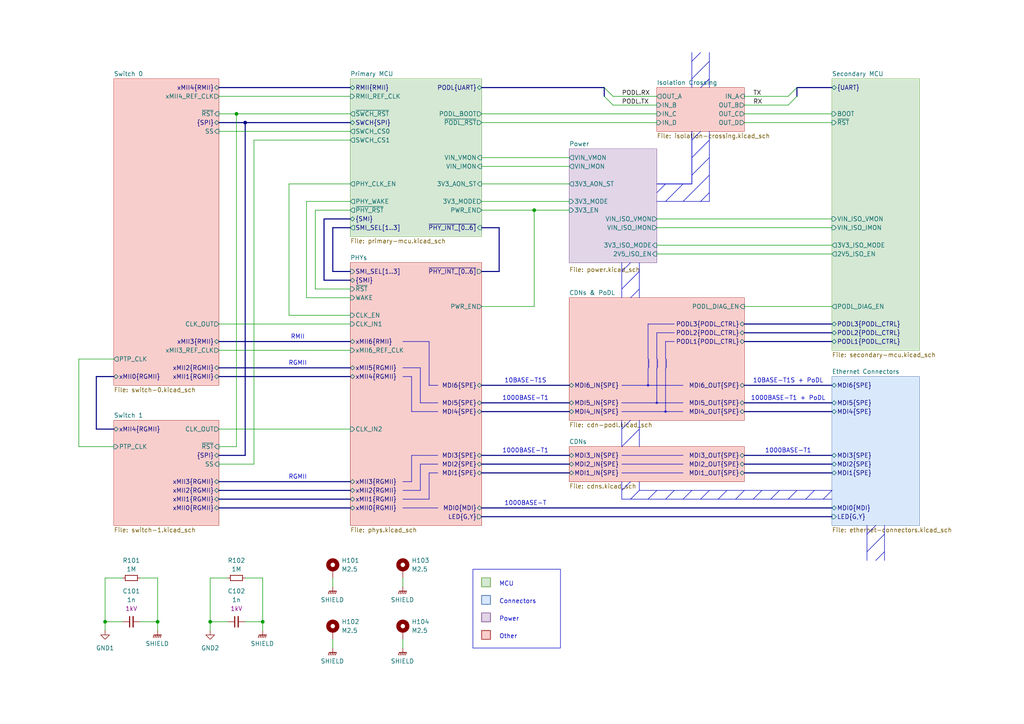
<source format=kicad_sch>
(kicad_sch
	(version 20250114)
	(generator "eeschema")
	(generator_version "9.0")
	(uuid "a5e57332-4284-4d3c-ab3c-13bc0ddb29b6")
	(paper "A4")
	(title_block
		(title "Switch V5 Top Level Schematic")
		(comment 4 "This PCB is a 7 port managed ethernet switch.")
	)
	(lib_symbols
		(symbol "Device:C_Small"
			(pin_numbers
				(hide yes)
			)
			(pin_names
				(offset 0.254)
				(hide yes)
			)
			(exclude_from_sim no)
			(in_bom yes)
			(on_board yes)
			(property "Reference" "C"
				(at 0.254 1.778 0)
				(effects
					(font
						(size 1.27 1.27)
					)
					(justify left)
				)
			)
			(property "Value" "C_Small"
				(at 0.254 -2.032 0)
				(effects
					(font
						(size 1.27 1.27)
					)
					(justify left)
				)
			)
			(property "Footprint" ""
				(at 0 0 0)
				(effects
					(font
						(size 1.27 1.27)
					)
					(hide yes)
				)
			)
			(property "Datasheet" "~"
				(at 0 0 0)
				(effects
					(font
						(size 1.27 1.27)
					)
					(hide yes)
				)
			)
			(property "Description" "Unpolarized capacitor, small symbol"
				(at 0 0 0)
				(effects
					(font
						(size 1.27 1.27)
					)
					(hide yes)
				)
			)
			(property "ki_keywords" "capacitor cap"
				(at 0 0 0)
				(effects
					(font
						(size 1.27 1.27)
					)
					(hide yes)
				)
			)
			(property "ki_fp_filters" "C_*"
				(at 0 0 0)
				(effects
					(font
						(size 1.27 1.27)
					)
					(hide yes)
				)
			)
			(symbol "C_Small_0_1"
				(polyline
					(pts
						(xy -1.524 0.508) (xy 1.524 0.508)
					)
					(stroke
						(width 0.3048)
						(type default)
					)
					(fill
						(type none)
					)
				)
				(polyline
					(pts
						(xy -1.524 -0.508) (xy 1.524 -0.508)
					)
					(stroke
						(width 0.3302)
						(type default)
					)
					(fill
						(type none)
					)
				)
			)
			(symbol "C_Small_1_1"
				(pin passive line
					(at 0 2.54 270)
					(length 2.032)
					(name "~"
						(effects
							(font
								(size 1.27 1.27)
							)
						)
					)
					(number "1"
						(effects
							(font
								(size 1.27 1.27)
							)
						)
					)
				)
				(pin passive line
					(at 0 -2.54 90)
					(length 2.032)
					(name "~"
						(effects
							(font
								(size 1.27 1.27)
							)
						)
					)
					(number "2"
						(effects
							(font
								(size 1.27 1.27)
							)
						)
					)
				)
			)
			(embedded_fonts no)
		)
		(symbol "Device:R_Small"
			(pin_numbers
				(hide yes)
			)
			(pin_names
				(offset 0.254)
				(hide yes)
			)
			(exclude_from_sim no)
			(in_bom yes)
			(on_board yes)
			(property "Reference" "R"
				(at 0 0 90)
				(effects
					(font
						(size 1.016 1.016)
					)
				)
			)
			(property "Value" "R_Small"
				(at 1.778 0 90)
				(effects
					(font
						(size 1.27 1.27)
					)
				)
			)
			(property "Footprint" ""
				(at 0 0 0)
				(effects
					(font
						(size 1.27 1.27)
					)
					(hide yes)
				)
			)
			(property "Datasheet" "~"
				(at 0 0 0)
				(effects
					(font
						(size 1.27 1.27)
					)
					(hide yes)
				)
			)
			(property "Description" "Resistor, small symbol"
				(at 0 0 0)
				(effects
					(font
						(size 1.27 1.27)
					)
					(hide yes)
				)
			)
			(property "ki_keywords" "R resistor"
				(at 0 0 0)
				(effects
					(font
						(size 1.27 1.27)
					)
					(hide yes)
				)
			)
			(property "ki_fp_filters" "R_*"
				(at 0 0 0)
				(effects
					(font
						(size 1.27 1.27)
					)
					(hide yes)
				)
			)
			(symbol "R_Small_0_1"
				(rectangle
					(start -0.762 1.778)
					(end 0.762 -1.778)
					(stroke
						(width 0.2032)
						(type default)
					)
					(fill
						(type none)
					)
				)
			)
			(symbol "R_Small_1_1"
				(pin passive line
					(at 0 2.54 270)
					(length 0.762)
					(name "~"
						(effects
							(font
								(size 1.27 1.27)
							)
						)
					)
					(number "1"
						(effects
							(font
								(size 1.27 1.27)
							)
						)
					)
				)
				(pin passive line
					(at 0 -2.54 90)
					(length 0.762)
					(name "~"
						(effects
							(font
								(size 1.27 1.27)
							)
						)
					)
					(number "2"
						(effects
							(font
								(size 1.27 1.27)
							)
						)
					)
				)
			)
			(embedded_fonts no)
		)
		(symbol "Mechanical:MountingHole_Pad"
			(pin_numbers
				(hide yes)
			)
			(pin_names
				(offset 1.016)
				(hide yes)
			)
			(exclude_from_sim yes)
			(in_bom no)
			(on_board yes)
			(property "Reference" "H"
				(at 0 6.35 0)
				(effects
					(font
						(size 1.27 1.27)
					)
				)
			)
			(property "Value" "MountingHole_Pad"
				(at 0 4.445 0)
				(effects
					(font
						(size 1.27 1.27)
					)
				)
			)
			(property "Footprint" ""
				(at 0 0 0)
				(effects
					(font
						(size 1.27 1.27)
					)
					(hide yes)
				)
			)
			(property "Datasheet" "~"
				(at 0 0 0)
				(effects
					(font
						(size 1.27 1.27)
					)
					(hide yes)
				)
			)
			(property "Description" "Mounting Hole with connection"
				(at 0 0 0)
				(effects
					(font
						(size 1.27 1.27)
					)
					(hide yes)
				)
			)
			(property "ki_keywords" "mounting hole"
				(at 0 0 0)
				(effects
					(font
						(size 1.27 1.27)
					)
					(hide yes)
				)
			)
			(property "ki_fp_filters" "MountingHole*Pad*"
				(at 0 0 0)
				(effects
					(font
						(size 1.27 1.27)
					)
					(hide yes)
				)
			)
			(symbol "MountingHole_Pad_0_1"
				(circle
					(center 0 1.27)
					(radius 1.27)
					(stroke
						(width 1.27)
						(type default)
					)
					(fill
						(type none)
					)
				)
			)
			(symbol "MountingHole_Pad_1_1"
				(pin input line
					(at 0 -2.54 90)
					(length 2.54)
					(name "1"
						(effects
							(font
								(size 1.27 1.27)
							)
						)
					)
					(number "1"
						(effects
							(font
								(size 1.27 1.27)
							)
						)
					)
				)
			)
			(embedded_fonts no)
		)
		(symbol "PWR-SYM:SHIELD"
			(power)
			(pin_numbers
				(hide yes)
			)
			(pin_names
				(offset 0)
				(hide yes)
			)
			(exclude_from_sim no)
			(in_bom yes)
			(on_board yes)
			(property "Reference" "#PWR"
				(at 0 -5.08 0)
				(effects
					(font
						(size 1.27 1.27)
					)
					(hide yes)
				)
			)
			(property "Value" "SHIELD"
				(at 0 -3.302 0)
				(effects
					(font
						(size 1.27 1.27)
					)
				)
			)
			(property "Footprint" ""
				(at 0 -1.27 0)
				(effects
					(font
						(size 1.27 1.27)
					)
					(hide yes)
				)
			)
			(property "Datasheet" ""
				(at 0 -1.27 0)
				(effects
					(font
						(size 1.27 1.27)
					)
					(hide yes)
				)
			)
			(property "Description" "Power symbol creates a global label with name \"SHIELD\" , global ground"
				(at 0 0 0)
				(effects
					(font
						(size 1.27 1.27)
					)
					(hide yes)
				)
			)
			(property "ki_keywords" "global ground"
				(at 0 0 0)
				(effects
					(font
						(size 1.27 1.27)
					)
					(hide yes)
				)
			)
			(symbol "SHIELD_0_1"
				(polyline
					(pts
						(xy -1.016 -1.27) (xy -1.27 -2.032) (xy -1.27 -2.032)
					)
					(stroke
						(width 0.2032)
						(type default)
					)
					(fill
						(type none)
					)
				)
				(polyline
					(pts
						(xy -0.508 -1.27) (xy -0.762 -2.032) (xy -0.762 -2.032)
					)
					(stroke
						(width 0.2032)
						(type default)
					)
					(fill
						(type none)
					)
				)
				(polyline
					(pts
						(xy 0 -1.27) (xy 0 0)
					)
					(stroke
						(width 0)
						(type default)
					)
					(fill
						(type none)
					)
				)
				(polyline
					(pts
						(xy 0 -1.27) (xy -0.254 -2.032) (xy -0.254 -2.032)
					)
					(stroke
						(width 0.2032)
						(type default)
					)
					(fill
						(type none)
					)
				)
				(polyline
					(pts
						(xy 0.508 -1.27) (xy 0.254 -2.032) (xy 0.254 -2.032)
					)
					(stroke
						(width 0.2032)
						(type default)
					)
					(fill
						(type none)
					)
				)
				(polyline
					(pts
						(xy 1.016 -1.27) (xy -1.016 -1.27) (xy -1.016 -1.27)
					)
					(stroke
						(width 0.2032)
						(type default)
					)
					(fill
						(type none)
					)
				)
				(polyline
					(pts
						(xy 1.016 -1.27) (xy 0.762 -2.032) (xy 0.762 -2.032) (xy 0.762 -2.032)
					)
					(stroke
						(width 0.2032)
						(type default)
					)
					(fill
						(type none)
					)
				)
			)
			(symbol "SHIELD_1_1"
				(pin power_in line
					(at 0 0 270)
					(length 0)
					(name "~"
						(effects
							(font
								(size 1.27 1.27)
							)
						)
					)
					(number "1"
						(effects
							(font
								(size 1.27 1.27)
							)
						)
					)
				)
			)
			(embedded_fonts no)
		)
		(symbol "power:GND1"
			(power)
			(pin_numbers
				(hide yes)
			)
			(pin_names
				(offset 0)
				(hide yes)
			)
			(exclude_from_sim no)
			(in_bom yes)
			(on_board yes)
			(property "Reference" "#PWR"
				(at 0 -6.35 0)
				(effects
					(font
						(size 1.27 1.27)
					)
					(hide yes)
				)
			)
			(property "Value" "GND1"
				(at 0 -3.81 0)
				(effects
					(font
						(size 1.27 1.27)
					)
				)
			)
			(property "Footprint" ""
				(at 0 0 0)
				(effects
					(font
						(size 1.27 1.27)
					)
					(hide yes)
				)
			)
			(property "Datasheet" ""
				(at 0 0 0)
				(effects
					(font
						(size 1.27 1.27)
					)
					(hide yes)
				)
			)
			(property "Description" "Power symbol creates a global label with name \"GND1\" , ground"
				(at 0 0 0)
				(effects
					(font
						(size 1.27 1.27)
					)
					(hide yes)
				)
			)
			(property "ki_keywords" "global power"
				(at 0 0 0)
				(effects
					(font
						(size 1.27 1.27)
					)
					(hide yes)
				)
			)
			(symbol "GND1_0_1"
				(polyline
					(pts
						(xy 0 0) (xy 0 -1.27) (xy 1.27 -1.27) (xy 0 -2.54) (xy -1.27 -1.27) (xy 0 -1.27)
					)
					(stroke
						(width 0)
						(type default)
					)
					(fill
						(type none)
					)
				)
			)
			(symbol "GND1_1_1"
				(pin power_in line
					(at 0 0 270)
					(length 0)
					(name "~"
						(effects
							(font
								(size 1.27 1.27)
							)
						)
					)
					(number "1"
						(effects
							(font
								(size 1.27 1.27)
							)
						)
					)
				)
			)
			(embedded_fonts no)
		)
		(symbol "power:GND2"
			(power)
			(pin_numbers
				(hide yes)
			)
			(pin_names
				(offset 0)
				(hide yes)
			)
			(exclude_from_sim no)
			(in_bom yes)
			(on_board yes)
			(property "Reference" "#PWR"
				(at 0 -6.35 0)
				(effects
					(font
						(size 1.27 1.27)
					)
					(hide yes)
				)
			)
			(property "Value" "GND2"
				(at 0 -3.81 0)
				(effects
					(font
						(size 1.27 1.27)
					)
				)
			)
			(property "Footprint" ""
				(at 0 0 0)
				(effects
					(font
						(size 1.27 1.27)
					)
					(hide yes)
				)
			)
			(property "Datasheet" ""
				(at 0 0 0)
				(effects
					(font
						(size 1.27 1.27)
					)
					(hide yes)
				)
			)
			(property "Description" "Power symbol creates a global label with name \"GND2\" , ground"
				(at 0 0 0)
				(effects
					(font
						(size 1.27 1.27)
					)
					(hide yes)
				)
			)
			(property "ki_keywords" "global power"
				(at 0 0 0)
				(effects
					(font
						(size 1.27 1.27)
					)
					(hide yes)
				)
			)
			(symbol "GND2_0_1"
				(polyline
					(pts
						(xy 0 0) (xy 0 -1.27) (xy 1.27 -1.27) (xy 0 -2.54) (xy -1.27 -1.27) (xy 0 -1.27)
					)
					(stroke
						(width 0)
						(type default)
					)
					(fill
						(type none)
					)
				)
			)
			(symbol "GND2_1_1"
				(pin power_in line
					(at 0 0 270)
					(length 0)
					(name "~"
						(effects
							(font
								(size 1.27 1.27)
							)
						)
					)
					(number "1"
						(effects
							(font
								(size 1.27 1.27)
							)
						)
					)
				)
			)
			(embedded_fonts no)
		)
	)
	(bus_alias "CAN"
		(members "TX" "RX")
	)
	(bus_alias "I2C"
		(members "SCL" "SDA")
	)
	(bus_alias "PODL_CTRL"
		(members "EN" "IMON" "DET_EN" "DET_V+" "DET_V-")
	)
	(bus_alias "RGMII"
		(members "TX_CLK" "TX_D[0..3]" "TX_CTL" "RX_CLK" "RX_D[0..3]" "RX_CTL")
	)
	(bus_alias "RMII"
		(members "TX_EN" "TX_D[0..1]" "RX_CRS_DV" "RX_D[0..1]" "RX_ER")
	)
	(bus_alias "SMI"
		(members "MDC" "MDIO")
	)
	(bus_alias "SPI"
		(members "CLK" "CS" "MOSI" "MISO")
	)
	(bus_alias "SWD"
		(members "SWCLK" "SWDIO" "SWO")
	)
	(bus_alias "UART"
		(members "TX" "RX")
	)
	(rectangle
		(start 139.7 167.64)
		(end 142.24 170.18)
		(stroke
			(width 0.3048)
			(type solid)
			(color 130 179 102 1)
		)
		(fill
			(type color)
			(color 213 232 212 1)
		)
		(uuid 0909e84f-fba1-421e-af02-d47d06b47df6)
	)
	(arc
		(start 187.96 105.664)
		(mid 188.214 105.918)
		(end 187.96 106.172)
		(stroke
			(width 0)
			(type default)
		)
		(fill
			(type none)
		)
		(uuid 2382d8b3-9ceb-4083-ad3e-1a1926a00c36)
	)
	(arc
		(start 193.04 106.176)
		(mid 193.294 106.43)
		(end 193.04 106.684)
		(stroke
			(width 0)
			(type default)
		)
		(fill
			(type none)
		)
		(uuid 2ea88a8c-4c84-4f8c-8e96-c4ab496e2a58)
	)
	(circle
		(center 187.96 111.76)
		(radius 0.254)
		(stroke
			(width 0)
			(type solid)
		)
		(fill
			(type color)
			(color 0 0 0 0)
		)
		(uuid 32f61c4b-d580-48db-826e-ce5aef41dea1)
	)
	(arc
		(start 187.96 106.176)
		(mid 188.214 106.43)
		(end 187.96 106.684)
		(stroke
			(width 0)
			(type default)
		)
		(fill
			(type none)
		)
		(uuid 3b8b91f7-5b58-4152-832a-c6bae229f6e1)
	)
	(arc
		(start 190.5 106.176)
		(mid 190.754 106.43)
		(end 190.5 106.684)
		(stroke
			(width 0)
			(type default)
		)
		(fill
			(type none)
		)
		(uuid 54d470a1-4cbf-4d8d-a718-891b98387d0b)
	)
	(arc
		(start 190.5 105.156)
		(mid 190.754 105.41)
		(end 190.5 105.664)
		(stroke
			(width 0)
			(type default)
		)
		(fill
			(type none)
		)
		(uuid 6150c484-c183-404b-bed6-4ab070bbdebd)
	)
	(rectangle
		(start 139.7 182.88)
		(end 142.24 185.42)
		(stroke
			(width 0.3048)
			(type solid)
			(color 184 84 80 1)
		)
		(fill
			(type color)
			(color 248 206 204 1)
		)
		(uuid 65e7046c-1691-4681-85ee-37499c5800e0)
	)
	(rectangle
		(start 137.16 165.1)
		(end 162.56 187.96)
		(stroke
			(width 0)
			(type default)
		)
		(fill
			(type none)
		)
		(uuid 7af4841a-d29a-47ca-8c33-0187b03cd5f5)
	)
	(circle
		(center 193.04 119.38)
		(radius 0.254)
		(stroke
			(width 0)
			(type solid)
		)
		(fill
			(type color)
			(color 0 0 0 0)
		)
		(uuid 7afe1a84-8fce-4c2f-a82b-79daca36f574)
	)
	(arc
		(start 190.5 105.664)
		(mid 190.754 105.918)
		(end 190.5 106.172)
		(stroke
			(width 0)
			(type default)
		)
		(fill
			(type none)
		)
		(uuid 901e3891-58a8-405d-80e2-535d88b4e66a)
	)
	(rectangle
		(start 139.7 177.8)
		(end 142.24 180.34)
		(stroke
			(width 0.3048)
			(type solid)
			(color 150 115 166 1)
		)
		(fill
			(type color)
			(color 225 213 231 1)
		)
		(uuid a3509fb3-de1f-47b4-91f7-9e6aada592fb)
	)
	(arc
		(start 187.96 105.156)
		(mid 188.214 105.41)
		(end 187.96 105.664)
		(stroke
			(width 0)
			(type default)
		)
		(fill
			(type none)
		)
		(uuid a35633ee-dc1d-43c1-9a62-035681a6c40c)
	)
	(rectangle
		(start 139.7 172.72)
		(end 142.24 175.26)
		(stroke
			(width 0.3048)
			(type solid)
			(color 108 142 191 1)
		)
		(fill
			(type color)
			(color 218 232 252 1)
		)
		(uuid a5b6588b-c0a8-4973-a449-e22031ef3efc)
	)
	(circle
		(center 190.5 116.84)
		(radius 0.254)
		(stroke
			(width 0)
			(type solid)
		)
		(fill
			(type color)
			(color 0 0 0 0)
		)
		(uuid c36acfe9-de33-4a7b-a6a1-c2c717344511)
	)
	(arc
		(start 193.04 104.648)
		(mid 193.294 104.902)
		(end 193.04 105.156)
		(stroke
			(width 0)
			(type default)
		)
		(fill
			(type none)
		)
		(uuid d0e7e4f2-78a9-4f57-940c-cd52aaf08afc)
	)
	(arc
		(start 190.5 104.144)
		(mid 190.754 104.398)
		(end 190.5 104.652)
		(stroke
			(width 0)
			(type default)
		)
		(fill
			(type none)
		)
		(uuid dd2f11a0-2e4d-4344-8171-d5a9f7c2a24a)
	)
	(arc
		(start 193.04 104.144)
		(mid 193.294 104.398)
		(end 193.04 104.652)
		(stroke
			(width 0)
			(type default)
		)
		(fill
			(type none)
		)
		(uuid e1c3fff0-ea39-428d-9d84-f0f4be314113)
	)
	(arc
		(start 193.04 105.664)
		(mid 193.294 105.918)
		(end 193.04 106.172)
		(stroke
			(width 0)
			(type default)
		)
		(fill
			(type none)
		)
		(uuid e41cc29f-896d-451a-8af2-74bc8ac25620)
	)
	(arc
		(start 187.96 104.144)
		(mid 188.214 104.398)
		(end 187.96 104.652)
		(stroke
			(width 0)
			(type default)
		)
		(fill
			(type none)
		)
		(uuid ef55d1f2-8f6f-45d3-8e15-12a38dd7296e)
	)
	(arc
		(start 190.5 104.648)
		(mid 190.754 104.902)
		(end 190.5 105.156)
		(stroke
			(width 0)
			(type default)
		)
		(fill
			(type none)
		)
		(uuid efb5da97-237c-4536-9810-cb5d8827eaef)
	)
	(arc
		(start 193.04 105.156)
		(mid 193.294 105.41)
		(end 193.04 105.664)
		(stroke
			(width 0)
			(type default)
		)
		(fill
			(type none)
		)
		(uuid f570372d-493b-4d75-9fe3-e25ec270ac04)
	)
	(arc
		(start 187.96 104.648)
		(mid 188.214 104.902)
		(end 187.96 105.156)
		(stroke
			(width 0)
			(type default)
		)
		(fill
			(type none)
		)
		(uuid f852c4c1-98da-490d-973b-5648c1a03358)
	)
	(text "10BASE-T1S"
		(exclude_from_sim no)
		(at 152.4 110.49 0)
		(effects
			(font
				(size 1.27 1.27)
			)
		)
		(uuid "24efdb44-eee4-4dbf-98ae-a2890a75f6ca")
	)
	(text "1000BASE-T1"
		(exclude_from_sim no)
		(at 152.4 115.57 0)
		(effects
			(font
				(size 1.27 1.27)
			)
		)
		(uuid "275cf3fc-fdd1-4574-8543-d3fd2aaec421")
	)
	(text "Power"
		(exclude_from_sim no)
		(at 144.78 180.34 0)
		(effects
			(font
				(size 1.27 1.27)
			)
			(justify left bottom)
		)
		(uuid "81a8cdf5-4dac-4ba6-bd33-76df873b68c3")
	)
	(text "RGMII"
		(exclude_from_sim no)
		(at 86.36 138.43 0)
		(effects
			(font
				(size 1.27 1.27)
			)
		)
		(uuid "838a44d4-cf84-40ba-ad9a-729611bc44d4")
	)
	(text "Other"
		(exclude_from_sim no)
		(at 144.78 185.42 0)
		(effects
			(font
				(size 1.27 1.27)
			)
			(justify left bottom)
		)
		(uuid "8d2edbc4-c9a5-4cbc-8fec-c5b80f10c651")
	)
	(text "1000BASE-T1"
		(exclude_from_sim no)
		(at 228.6 130.81 0)
		(effects
			(font
				(size 1.27 1.27)
			)
		)
		(uuid "aff095c1-aec6-4647-86f5-41b158ebe5af")
	)
	(text "1000BASE-T"
		(exclude_from_sim no)
		(at 152.4 146.05 0)
		(effects
			(font
				(size 1.27 1.27)
			)
		)
		(uuid "b66509d8-f3e5-4b0c-ab95-3f097a089461")
	)
	(text "RGMII"
		(exclude_from_sim no)
		(at 86.36 105.41 0)
		(effects
			(font
				(size 1.27 1.27)
			)
		)
		(uuid "c4c08c3c-8ce5-4654-91dd-21bd1c5dd03a")
	)
	(text "RMII"
		(exclude_from_sim no)
		(at 86.36 97.79 0)
		(effects
			(font
				(size 1.27 1.27)
			)
		)
		(uuid "c4f32d5f-9983-41de-9913-cc73a77478df")
	)
	(text "1000BASE-T1"
		(exclude_from_sim no)
		(at 152.4 130.81 0)
		(effects
			(font
				(size 1.27 1.27)
			)
		)
		(uuid "c6274853-12c3-44f5-9ff2-fed43a98715f")
	)
	(text "Connectors"
		(exclude_from_sim no)
		(at 144.78 175.26 0)
		(effects
			(font
				(size 1.27 1.27)
			)
			(justify left bottom)
		)
		(uuid "ceb80e2c-8182-4aa2-b517-91ecf3416ffd")
	)
	(text "1000BASE-T1 + PoDL"
		(exclude_from_sim no)
		(at 228.6 115.57 0)
		(effects
			(font
				(size 1.27 1.27)
			)
		)
		(uuid "e29c06b6-379d-426f-a15e-5cd4e9c7ee08")
	)
	(text "MCU"
		(exclude_from_sim no)
		(at 144.78 170.18 0)
		(effects
			(font
				(size 1.27 1.27)
			)
			(justify left bottom)
		)
		(uuid "e9b96f3c-46a6-47ce-b428-871978e57d60")
	)
	(text "10BASE-T1S + PoDL"
		(exclude_from_sim no)
		(at 228.6 110.49 0)
		(effects
			(font
				(size 1.27 1.27)
			)
		)
		(uuid "f3ea0b0e-cffe-4205-ad1d-573446cf5963")
	)
	(junction
		(at 154.94 60.96)
		(diameter 0)
		(color 0 0 0 0)
		(uuid "58c8f63e-47bc-4c07-98f9-8fb5e87ccc6c")
	)
	(junction
		(at 45.72 180.34)
		(diameter 0)
		(color 0 0 0 0)
		(uuid "58d6d432-ca82-4a6d-a5dd-112e9efea7fa")
	)
	(junction
		(at 30.48 180.34)
		(diameter 0)
		(color 0 0 0 0)
		(uuid "7cb04de6-4875-4ef9-8120-4361d142ee2d")
	)
	(junction
		(at 76.2 180.34)
		(diameter 0)
		(color 0 0 0 0)
		(uuid "903cb0b8-1ddc-423b-bacf-66627acee445")
	)
	(junction
		(at 60.96 180.34)
		(diameter 0)
		(color 0 0 0 0)
		(uuid "cc4346b1-7f7f-41f3-b6d7-09b530e4c4b5")
	)
	(junction
		(at 68.58 33.02)
		(diameter 0)
		(color 0 0 0 0)
		(uuid "df0586cf-e1db-465f-82c7-2e67db9e8cf6")
	)
	(junction
		(at 71.12 35.56)
		(diameter 0)
		(color 0 0 0 0)
		(uuid "e69011ec-e624-45d7-a5b6-5bf4533c2f79")
	)
	(bus_entry
		(at 231.14 25.4)
		(size -2.54 2.54)
		(stroke
			(width 0)
			(type default)
		)
		(uuid "2892bbae-b8e3-4965-b5f2-6b852234d0c7")
	)
	(bus_entry
		(at 175.26 25.4)
		(size 2.54 2.54)
		(stroke
			(width 0)
			(type default)
		)
		(uuid "5324bf0d-d3d9-4478-9e81-db9cbf11b64d")
	)
	(bus_entry
		(at 175.26 27.94)
		(size 2.54 2.54)
		(stroke
			(width 0)
			(type default)
		)
		(uuid "cafbd954-e73a-4de2-8a45-f8984c31c17f")
	)
	(bus_entry
		(at 231.14 27.94)
		(size -2.54 2.54)
		(stroke
			(width 0)
			(type default)
		)
		(uuid "d6d41fea-0e5c-4c6e-808c-3991f9de49a5")
	)
	(wire
		(pts
			(xy 63.5 101.6) (xy 101.6 101.6)
		)
		(stroke
			(width 0)
			(type default)
		)
		(uuid "005382bc-7e6f-4990-84b7-5272f3023f7a")
	)
	(bus
		(pts
			(xy 139.7 25.4) (xy 175.26 25.4)
		)
		(stroke
			(width 0)
			(type default)
		)
		(uuid "013fb59a-5f3c-4a41-98e8-e10e18683328")
	)
	(wire
		(pts
			(xy 116.84 185.42) (xy 116.84 187.96)
		)
		(stroke
			(width 0)
			(type default)
		)
		(uuid "020afdbb-5887-4dcc-b793-fc770e5e11e5")
	)
	(wire
		(pts
			(xy 63.5 38.1) (xy 101.6 38.1)
		)
		(stroke
			(width 0)
			(type default)
		)
		(uuid "022a8293-ba07-4b0a-95b6-a7f8fbe4b6ac")
	)
	(bus
		(pts
			(xy 215.9 99.06) (xy 241.3 99.06)
		)
		(stroke
			(width 0)
			(type default)
		)
		(uuid "02c7a6d1-ef46-49f0-8c8f-806c8f6851c1")
	)
	(bus
		(pts
			(xy 175.26 25.4) (xy 175.26 27.94)
		)
		(stroke
			(width 0)
			(type default)
		)
		(uuid "08880fba-113d-4550-bc6c-e97da6f10d60")
	)
	(polyline
		(pts
			(xy 180.34 134.62) (xy 198.12 134.62)
		)
		(stroke
			(width 0)
			(type default)
		)
		(uuid "0a267780-bbc6-489b-a24c-bf8f7426f924")
	)
	(polyline
		(pts
			(xy 116.84 144.78) (xy 124.46 144.78)
		)
		(stroke
			(width 0)
			(type default)
		)
		(uuid "0b5400a0-a62b-460c-8da6-d17a13083d0b")
	)
	(wire
		(pts
			(xy 83.82 53.34) (xy 83.82 91.44)
		)
		(stroke
			(width 0)
			(type default)
		)
		(uuid "0bbe10db-0c71-43d8-ad7d-5701dfd9c188")
	)
	(polyline
		(pts
			(xy 241.3 142.24) (xy 238.76 144.78)
		)
		(stroke
			(width 0)
			(type default)
		)
		(uuid "0fd5855d-0642-4a16-b7cb-9105f55aa281")
	)
	(bus
		(pts
			(xy 241.3 25.4) (xy 231.14 25.4)
		)
		(stroke
			(width 0)
			(type default)
		)
		(uuid "12e76f58-92f7-4319-bb26-35b917e0a9b6")
	)
	(bus
		(pts
			(xy 96.52 66.04) (xy 101.6 66.04)
		)
		(stroke
			(width 0)
			(type default)
		)
		(uuid "130e7ccf-ff6a-4054-b200-14c88fd3c69f")
	)
	(polyline
		(pts
			(xy 205.74 45.72) (xy 200.66 50.8)
		)
		(stroke
			(width 0)
			(type default)
		)
		(uuid "131cd1c2-8261-46b6-b09b-b479f4902602")
	)
	(polyline
		(pts
			(xy 116.84 147.32) (xy 127 147.32)
		)
		(stroke
			(width 0)
			(type default)
		)
		(uuid "133d915e-1501-462e-8b81-f4a288eeedd4")
	)
	(polyline
		(pts
			(xy 205.74 17.78) (xy 200.66 22.86)
		)
		(stroke
			(width 0)
			(type default)
		)
		(uuid "138a4821-8d79-4ac2-abaa-7150ccb20f22")
	)
	(wire
		(pts
			(xy 76.2 167.64) (xy 76.2 180.34)
		)
		(stroke
			(width 0)
			(type default)
		)
		(uuid "146aeaff-94d2-428b-8f0a-9761057c4ded")
	)
	(polyline
		(pts
			(xy 205.74 50.8) (xy 198.12 58.42)
		)
		(stroke
			(width 0)
			(type default)
		)
		(uuid "14749394-934b-44c9-9878-193c1f74a4d1")
	)
	(polyline
		(pts
			(xy 127 137.16) (xy 124.46 137.16)
		)
		(stroke
			(width 0)
			(type default)
		)
		(uuid "14e0462d-8dcb-469a-a2cb-a628bd75f5f4")
	)
	(polyline
		(pts
			(xy 180.34 129.54) (xy 180.34 121.92)
		)
		(stroke
			(width 0)
			(type default)
		)
		(uuid "195570fe-bc3a-467e-aaba-cc3fdb6dab0b")
	)
	(polyline
		(pts
			(xy 198.12 53.34) (xy 193.04 58.42)
		)
		(stroke
			(width 0)
			(type default)
		)
		(uuid "1a416d55-7d1c-4043-8ce5-dfde25733c8c")
	)
	(wire
		(pts
			(xy 45.72 180.34) (xy 45.72 182.88)
		)
		(stroke
			(width 0)
			(type default)
		)
		(uuid "1e291e66-78d1-48f0-ae84-2c6abc26fba6")
	)
	(polyline
		(pts
			(xy 185.42 129.54) (xy 185.42 121.92)
		)
		(stroke
			(width 0)
			(type default)
		)
		(uuid "22e741f2-4180-4613-8350-16f627489fa0")
	)
	(polyline
		(pts
			(xy 185.42 86.36) (xy 185.42 76.2)
		)
		(stroke
			(width 0)
			(type default)
		)
		(uuid "24bf5554-cdc6-4760-af25-411a5ac84945")
	)
	(wire
		(pts
			(xy 71.12 180.34) (xy 76.2 180.34)
		)
		(stroke
			(width 0)
			(type default)
		)
		(uuid "253c382a-3761-4a27-b0fc-bf331682c053")
	)
	(polyline
		(pts
			(xy 180.34 137.16) (xy 198.12 137.16)
		)
		(stroke
			(width 0)
			(type default)
		)
		(uuid "262da5e9-19e9-4395-9687-af0e0c09601b")
	)
	(polyline
		(pts
			(xy 119.38 132.08) (xy 119.38 139.7)
		)
		(stroke
			(width 0)
			(type default)
		)
		(uuid "2971cc4e-7d99-4075-96f4-d54922452206")
	)
	(wire
		(pts
			(xy 40.64 180.34) (xy 45.72 180.34)
		)
		(stroke
			(width 0)
			(type default)
		)
		(uuid "2ba1017c-4fa2-49c0-be6c-6eda5b014e5e")
	)
	(polyline
		(pts
			(xy 119.38 109.22) (xy 119.38 119.38)
		)
		(stroke
			(width 0)
			(type default)
		)
		(uuid "2c66c577-ff54-4cc4-b213-44d7501e320e")
	)
	(wire
		(pts
			(xy 88.9 86.36) (xy 88.9 58.42)
		)
		(stroke
			(width 0)
			(type default)
		)
		(uuid "2e15d83a-b944-40e6-9243-4bc9b3ca9339")
	)
	(bus
		(pts
			(xy 144.78 66.04) (xy 144.78 78.74)
		)
		(stroke
			(width 0)
			(type default)
		)
		(uuid "2ee81a56-563b-46f8-8226-dbbd4dbe3e2a")
	)
	(bus
		(pts
			(xy 215.9 93.98) (xy 241.3 93.98)
		)
		(stroke
			(width 0)
			(type default)
		)
		(uuid "2fb80df6-62cb-4a1c-9057-95233c92d649")
	)
	(wire
		(pts
			(xy 177.8 30.48) (xy 190.5 30.48)
		)
		(stroke
			(width 0)
			(type default)
		)
		(uuid "2fbb5eb4-62a0-4a0c-8e11-77e22a2d64c0")
	)
	(wire
		(pts
			(xy 63.5 129.54) (xy 68.58 129.54)
		)
		(stroke
			(width 0)
			(type default)
		)
		(uuid "354a5910-0c25-469a-9a58-b81d390c4208")
	)
	(bus
		(pts
			(xy 139.7 147.32) (xy 241.3 147.32)
		)
		(stroke
			(width 0)
			(type default)
		)
		(uuid "3590f01e-13bc-4394-8565-379dd45dcb93")
	)
	(wire
		(pts
			(xy 139.7 60.96) (xy 154.94 60.96)
		)
		(stroke
			(width 0)
			(type default)
		)
		(uuid "36757331-bf3f-45f9-b410-5051035cbe3c")
	)
	(polyline
		(pts
			(xy 180.34 111.76) (xy 198.12 111.76)
		)
		(stroke
			(width 0)
			(type default)
		)
		(uuid "370899e9-7780-4779-b2cf-124d6bd9d8a4")
	)
	(polyline
		(pts
			(xy 256.54 160.02) (xy 254 162.56)
		)
		(stroke
			(width 0)
			(type default)
		)
		(uuid "370dee41-be1d-4d75-b4c9-89dc45af6d43")
	)
	(wire
		(pts
			(xy 91.44 60.96) (xy 101.6 60.96)
		)
		(stroke
			(width 0)
			(type default)
		)
		(uuid "3768358f-3794-4627-8525-cd59f5eaf373")
	)
	(wire
		(pts
			(xy 139.7 53.34) (xy 165.1 53.34)
		)
		(stroke
			(width 0)
			(type default)
		)
		(uuid "38874419-514c-4eb3-b1ec-0692c0e2d2a5")
	)
	(bus
		(pts
			(xy 139.7 132.08) (xy 165.1 132.08)
		)
		(stroke
			(width 0)
			(type default)
		)
		(uuid "38e25f0f-99a1-42b8-bad4-0e3bf11e6ace")
	)
	(bus
		(pts
			(xy 27.94 124.46) (xy 27.94 109.22)
		)
		(stroke
			(width 0)
			(type default)
		)
		(uuid "3e2bc4cc-51e0-4726-b790-12fd6e1dc5e6")
	)
	(polyline
		(pts
			(xy 187.96 111.76) (xy 187.96 106.68)
		)
		(stroke
			(width 0)
			(type default)
		)
		(uuid "3ebadf60-ccfb-41d6-aa5a-7a2582057346")
	)
	(bus
		(pts
			(xy 231.14 25.4) (xy 231.14 27.94)
		)
		(stroke
			(width 0)
			(type default)
		)
		(uuid "403ad628-4ac2-4db1-a714-ee117c21de4a")
	)
	(polyline
		(pts
			(xy 205.74 22.86) (xy 203.2 25.4)
		)
		(stroke
			(width 0)
			(type default)
		)
		(uuid "410df0cf-73ba-4eaf-9ea7-f588b599a477")
	)
	(polyline
		(pts
			(xy 182.88 139.7) (xy 180.34 142.24)
		)
		(stroke
			(width 0)
			(type default)
		)
		(uuid "42846f66-f26f-4f70-b8cf-e8ae8e36c1c8")
	)
	(polyline
		(pts
			(xy 205.74 142.24) (xy 203.2 144.78)
		)
		(stroke
			(width 0)
			(type default)
		)
		(uuid "43627eba-697e-4fc9-8fa0-8170d0a2b8ea")
	)
	(bus
		(pts
			(xy 215.9 134.62) (xy 241.3 134.62)
		)
		(stroke
			(width 0)
			(type default)
		)
		(uuid "4530ba3e-d93f-4866-879e-d743d200b934")
	)
	(polyline
		(pts
			(xy 121.92 142.24) (xy 121.92 134.62)
		)
		(stroke
			(width 0)
			(type default)
		)
		(uuid "45854f55-8563-4d8b-a687-6164f6e652a1")
	)
	(wire
		(pts
			(xy 63.5 124.46) (xy 101.6 124.46)
		)
		(stroke
			(width 0)
			(type default)
		)
		(uuid "4640983d-912e-411f-88a0-9682bdf3d69d")
	)
	(bus
		(pts
			(xy 63.5 132.08) (xy 71.12 132.08)
		)
		(stroke
			(width 0)
			(type default)
		)
		(uuid "46419754-7008-4651-9f45-9fb6ccc82a99")
	)
	(polyline
		(pts
			(xy 256.54 154.94) (xy 251.46 160.02)
		)
		(stroke
			(width 0)
			(type default)
		)
		(uuid "48256291-d83e-44e1-a61d-5fe3fd26a7ee")
	)
	(polyline
		(pts
			(xy 127 132.08) (xy 119.38 132.08)
		)
		(stroke
			(width 0)
			(type default)
		)
		(uuid "48313835-2def-4e28-a2eb-4425d9108766")
	)
	(bus
		(pts
			(xy 63.5 139.7) (xy 101.6 139.7)
		)
		(stroke
			(width 0)
			(type default)
		)
		(uuid "4dad684a-1e9c-456a-8475-5fd335f80b8c")
	)
	(wire
		(pts
			(xy 190.5 71.12) (xy 241.3 71.12)
		)
		(stroke
			(width 0)
			(type default)
		)
		(uuid "4ded3f6b-fe72-49c0-83b5-f28563b682d6")
	)
	(wire
		(pts
			(xy 30.48 182.88) (xy 30.48 180.34)
		)
		(stroke
			(width 0)
			(type default)
		)
		(uuid "4f8818c3-8f0f-4757-9a32-296f599a0dd4")
	)
	(wire
		(pts
			(xy 60.96 182.88) (xy 60.96 180.34)
		)
		(stroke
			(width 0)
			(type default)
		)
		(uuid "503f52c2-1a5d-4e98-a219-70ecefb2b6e3")
	)
	(wire
		(pts
			(xy 190.5 66.04) (xy 241.3 66.04)
		)
		(stroke
			(width 0)
			(type default)
		)
		(uuid "50d2cd6e-b419-42dd-aa60-483111db9ced")
	)
	(wire
		(pts
			(xy 35.56 167.64) (xy 30.48 167.64)
		)
		(stroke
			(width 0)
			(type default)
		)
		(uuid "586f94a9-2db8-498e-9125-a9cc74f536f2")
	)
	(bus
		(pts
			(xy 93.98 63.5) (xy 101.6 63.5)
		)
		(stroke
			(width 0)
			(type default)
		)
		(uuid "587d01b6-6e14-4206-ad1f-578320580302")
	)
	(polyline
		(pts
			(xy 190.5 53.34) (xy 200.66 53.34)
		)
		(stroke
			(width 0)
			(type default)
		)
		(uuid "5e0aa7e0-dab9-4b18-9153-a7a9ee4006ce")
	)
	(polyline
		(pts
			(xy 236.22 142.24) (xy 233.68 144.78)
		)
		(stroke
			(width 0)
			(type default)
		)
		(uuid "5e98e1fd-7a92-4083-b2a6-556141fbc4cc")
	)
	(polyline
		(pts
			(xy 190.5 96.52) (xy 190.5 104.14)
		)
		(stroke
			(width 0)
			(type default)
		)
		(uuid "5ea8eb67-148e-4d78-8212-ab4a405474f9")
	)
	(polyline
		(pts
			(xy 116.84 99.06) (xy 124.46 99.06)
		)
		(stroke
			(width 0)
			(type default)
		)
		(uuid "5fb119c4-bb21-46fa-9a54-589d428857ae")
	)
	(wire
		(pts
			(xy 83.82 53.34) (xy 101.6 53.34)
		)
		(stroke
			(width 0)
			(type default)
		)
		(uuid "5fe64bee-c62e-4a8a-85e3-d5064cd2496d")
	)
	(bus
		(pts
			(xy 139.7 78.74) (xy 144.78 78.74)
		)
		(stroke
			(width 0)
			(type default)
		)
		(uuid "60d56ff2-8160-471c-9236-65f2983502f0")
	)
	(wire
		(pts
			(xy 76.2 180.34) (xy 76.2 182.88)
		)
		(stroke
			(width 0)
			(type default)
		)
		(uuid "61b1df6f-5b73-4b0b-8cf7-2b9d931b86d4")
	)
	(polyline
		(pts
			(xy 220.98 142.24) (xy 218.44 144.78)
		)
		(stroke
			(width 0)
			(type default)
		)
		(uuid "632fdbde-7ee3-4760-b76d-3a22aed101b4")
	)
	(polyline
		(pts
			(xy 121.92 116.84) (xy 127 116.84)
		)
		(stroke
			(width 0)
			(type default)
		)
		(uuid "663bdd4b-713a-440b-a7fc-7acbd0fe711b")
	)
	(wire
		(pts
			(xy 116.84 167.64) (xy 116.84 170.18)
		)
		(stroke
			(width 0)
			(type default)
		)
		(uuid "66c7b4cc-3774-464f-ac09-306c15eabc01")
	)
	(bus
		(pts
			(xy 63.5 144.78) (xy 101.6 144.78)
		)
		(stroke
			(width 0)
			(type default)
		)
		(uuid "67b37b8e-4e25-4504-88ac-319ec5728a88")
	)
	(wire
		(pts
			(xy 22.86 104.14) (xy 22.86 129.54)
		)
		(stroke
			(width 0)
			(type default)
		)
		(uuid "67c4abb9-ae09-4c31-94e6-ea9c781a9811")
	)
	(polyline
		(pts
			(xy 185.42 142.24) (xy 241.3 142.24)
		)
		(stroke
			(width 0)
			(type default)
		)
		(uuid "6813a636-4ce3-4768-ad19-8ceebd4e36c5")
	)
	(wire
		(pts
			(xy 33.02 104.14) (xy 22.86 104.14)
		)
		(stroke
			(width 0)
			(type default)
		)
		(uuid "691f1345-959d-4b83-95b6-0b207bb1ea19")
	)
	(wire
		(pts
			(xy 139.7 88.9) (xy 154.94 88.9)
		)
		(stroke
			(width 0)
			(type default)
		)
		(uuid "6c3cf208-52f8-487b-93fc-9cf040f9bc21")
	)
	(wire
		(pts
			(xy 96.52 167.64) (xy 96.52 170.18)
		)
		(stroke
			(width 0)
			(type default)
		)
		(uuid "6c70040a-95b3-4f2e-a7ad-ab7e63bcaefa")
	)
	(polyline
		(pts
			(xy 190.5 58.42) (xy 205.74 58.42)
		)
		(stroke
			(width 0)
			(type default)
		)
		(uuid "6ce709c4-0312-47c8-9ce6-bbf7b029a3ae")
	)
	(polyline
		(pts
			(xy 193.04 119.38) (xy 193.04 106.68)
		)
		(stroke
			(width 0)
			(type default)
		)
		(uuid "6d16e725-df59-4770-bf0a-13eb88e6bcee")
	)
	(bus
		(pts
			(xy 139.7 119.38) (xy 165.1 119.38)
		)
		(stroke
			(width 0)
			(type default)
		)
		(uuid "6f15587d-7f14-476d-8e59-14c0d1c4222f")
	)
	(polyline
		(pts
			(xy 195.58 96.52) (xy 190.5 96.52)
		)
		(stroke
			(width 0)
			(type default)
		)
		(uuid "705a3973-0a55-42ec-ab0e-144be4b770f8")
	)
	(polyline
		(pts
			(xy 180.34 119.38) (xy 198.12 119.38)
		)
		(stroke
			(width 0)
			(type default)
		)
		(uuid "706447f5-f4d0-4fa2-b225-6697bf6e04dc")
	)
	(wire
		(pts
			(xy 71.12 167.64) (xy 76.2 167.64)
		)
		(stroke
			(width 0)
			(type default)
		)
		(uuid "70d81831-ec55-4d0f-94dd-ad39326e280a")
	)
	(polyline
		(pts
			(xy 180.34 132.08) (xy 198.12 132.08)
		)
		(stroke
			(width 0)
			(type default)
		)
		(uuid "7167cfad-ae72-4ffd-bd92-624375ac01f2")
	)
	(polyline
		(pts
			(xy 226.06 142.24) (xy 223.52 144.78)
		)
		(stroke
			(width 0)
			(type default)
		)
		(uuid "722b25aa-6f4f-4a40-be52-37967fc939fc")
	)
	(bus
		(pts
			(xy 96.52 78.74) (xy 96.52 66.04)
		)
		(stroke
			(width 0)
			(type default)
		)
		(uuid "74e8db3c-6a2b-47a2-af86-89aadadcb6c3")
	)
	(polyline
		(pts
			(xy 116.84 142.24) (xy 121.92 142.24)
		)
		(stroke
			(width 0)
			(type default)
		)
		(uuid "75ad145f-65ea-4138-a06b-c182069deb4a")
	)
	(polyline
		(pts
			(xy 185.42 78.74) (xy 180.34 83.82)
		)
		(stroke
			(width 0)
			(type default)
		)
		(uuid "76b7f504-d23b-42ab-8216-001685655bb3")
	)
	(polyline
		(pts
			(xy 116.84 106.68) (xy 121.92 106.68)
		)
		(stroke
			(width 0)
			(type default)
		)
		(uuid "7711a95e-0c65-45ef-8312-6ebde76e8af1")
	)
	(wire
		(pts
			(xy 215.9 30.48) (xy 228.6 30.48)
		)
		(stroke
			(width 0)
			(type default)
		)
		(uuid "780ac5db-7e3d-4df0-8e82-57cf91377272")
	)
	(bus
		(pts
			(xy 27.94 109.22) (xy 33.02 109.22)
		)
		(stroke
			(width 0)
			(type default)
		)
		(uuid "788725b6-3924-40b2-83e7-73eecc2323c3")
	)
	(polyline
		(pts
			(xy 180.34 139.7) (xy 180.34 144.78)
		)
		(stroke
			(width 0)
			(type default)
		)
		(uuid "7b5996d0-957c-4b97-9269-4b2cbc72e328")
	)
	(wire
		(pts
			(xy 45.72 167.64) (xy 45.72 180.34)
		)
		(stroke
			(width 0)
			(type default)
		)
		(uuid "7ba7b599-bb04-4648-a5eb-a1374789d8f6")
	)
	(polyline
		(pts
			(xy 116.84 109.22) (xy 119.38 109.22)
		)
		(stroke
			(width 0)
			(type default)
		)
		(uuid "7cdd73f8-aed0-4b36-8f25-e23c7f75c038")
	)
	(polyline
		(pts
			(xy 185.42 124.46) (xy 180.34 129.54)
		)
		(stroke
			(width 0)
			(type default)
		)
		(uuid "80de0b5b-b8ac-4985-b4f2-a59c050ac4c9")
	)
	(bus
		(pts
			(xy 63.5 147.32) (xy 101.6 147.32)
		)
		(stroke
			(width 0)
			(type default)
		)
		(uuid "831e6c4c-65d1-4b8d-a660-5804b7f37ee2")
	)
	(wire
		(pts
			(xy 63.5 27.94) (xy 101.6 27.94)
		)
		(stroke
			(width 0)
			(type default)
		)
		(uuid "840533fe-a46c-4f35-bd87-9f53c979b39a")
	)
	(bus
		(pts
			(xy 139.7 149.86) (xy 241.3 149.86)
		)
		(stroke
			(width 0)
			(type default)
		)
		(uuid "8416b0c0-4a97-4713-b0c0-c9ab0593d4df")
	)
	(wire
		(pts
			(xy 91.44 83.82) (xy 101.6 83.82)
		)
		(stroke
			(width 0)
			(type default)
		)
		(uuid "8947b75c-345f-4747-afcb-47722a4803da")
	)
	(polyline
		(pts
			(xy 251.46 162.56) (xy 251.46 152.4)
		)
		(stroke
			(width 0)
			(type default)
		)
		(uuid "8a2c8009-df27-4f2b-b5dd-dca05cc74fbd")
	)
	(polyline
		(pts
			(xy 185.42 139.7) (xy 185.42 142.24)
		)
		(stroke
			(width 0)
			(type default)
		)
		(uuid "8ad31336-4401-4794-b657-5ced64a7354b")
	)
	(polyline
		(pts
			(xy 205.74 58.42) (xy 205.74 38.1)
		)
		(stroke
			(width 0)
			(type default)
		)
		(uuid "8cab5834-b4b7-47a7-bee2-d1b7c5472dc8")
	)
	(wire
		(pts
			(xy 215.9 35.56) (xy 241.3 35.56)
		)
		(stroke
			(width 0)
			(type default)
		)
		(uuid "8dd77b46-863c-4a91-a94a-80d525e02170")
	)
	(polyline
		(pts
			(xy 195.58 99.06) (xy 193.04 99.06)
		)
		(stroke
			(width 0)
			(type default)
		)
		(uuid "8e285093-e37d-4694-823f-6da6cfbc78d7")
	)
	(polyline
		(pts
			(xy 119.38 119.38) (xy 127 119.38)
		)
		(stroke
			(width 0)
			(type default)
		)
		(uuid "8f4cdc7b-15c7-4aec-84db-ded0604ccd14")
	)
	(polyline
		(pts
			(xy 200.66 38.1) (xy 200.66 53.34)
		)
		(stroke
			(width 0)
			(type default)
		)
		(uuid "9186aa04-b178-47fb-b31c-2b75a75c3b81")
	)
	(wire
		(pts
			(xy 30.48 180.34) (xy 35.56 180.34)
		)
		(stroke
			(width 0)
			(type default)
		)
		(uuid "94aefd4c-da05-4edf-b74a-ef844deb06f8")
	)
	(bus
		(pts
			(xy 63.5 109.22) (xy 101.6 109.22)
		)
		(stroke
			(width 0)
			(type default)
		)
		(uuid "94bf0cdb-d033-41a6-a5eb-4e97d8e019bb")
	)
	(wire
		(pts
			(xy 73.66 40.64) (xy 73.66 134.62)
		)
		(stroke
			(width 0)
			(type default)
		)
		(uuid "95da81bc-c2a1-40ef-94fa-eac127036cc7")
	)
	(polyline
		(pts
			(xy 124.46 111.76) (xy 124.46 99.06)
		)
		(stroke
			(width 0)
			(type default)
		)
		(uuid "97d72690-1be5-4adc-84a5-fa94ca0bb977")
	)
	(polyline
		(pts
			(xy 195.58 93.98) (xy 187.96 93.98)
		)
		(stroke
			(width 0)
			(type default)
		)
		(uuid "993dd03d-1f2a-496e-b023-3889b2c02242")
	)
	(bus
		(pts
			(xy 215.9 116.84) (xy 241.3 116.84)
		)
		(stroke
			(width 0)
			(type default)
		)
		(uuid "993f73fa-1fa5-42f5-b037-026d3b42ba4a")
	)
	(polyline
		(pts
			(xy 210.82 142.24) (xy 208.28 144.78)
		)
		(stroke
			(width 0)
			(type default)
		)
		(uuid "9a6c1312-a427-4f99-8cb7-5b32fc5d2c11")
	)
	(wire
		(pts
			(xy 139.7 58.42) (xy 165.1 58.42)
		)
		(stroke
			(width 0)
			(type default)
		)
		(uuid "9a7b8877-d8bb-4fcc-9f4d-f3280daad931")
	)
	(bus
		(pts
			(xy 71.12 35.56) (xy 101.6 35.56)
		)
		(stroke
			(width 0)
			(type default)
		)
		(uuid "9a97ae48-f7cc-4284-9969-8e07138ab2d3")
	)
	(wire
		(pts
			(xy 190.5 73.66) (xy 241.3 73.66)
		)
		(stroke
			(width 0)
			(type default)
		)
		(uuid "9b9fa3d7-0047-4dfb-944a-e93cf54232a2")
	)
	(wire
		(pts
			(xy 68.58 33.02) (xy 68.58 129.54)
		)
		(stroke
			(width 0)
			(type default)
		)
		(uuid "9d89bc7d-ee73-4a35-adae-89579b731deb")
	)
	(wire
		(pts
			(xy 190.5 63.5) (xy 241.3 63.5)
		)
		(stroke
			(width 0)
			(type default)
		)
		(uuid "9eb7f3c6-7145-4575-a6de-b0ff11d8d22f")
	)
	(polyline
		(pts
			(xy 195.58 142.24) (xy 193.04 144.78)
		)
		(stroke
			(width 0)
			(type default)
		)
		(uuid "9ef6e914-50a9-4733-9be1-85a6e899621f")
	)
	(polyline
		(pts
			(xy 187.96 93.98) (xy 187.96 104.14)
		)
		(stroke
			(width 0)
			(type default)
		)
		(uuid "9fcb4189-1d36-48f0-a65a-00949039ae4e")
	)
	(bus
		(pts
			(xy 93.98 81.28) (xy 93.98 63.5)
		)
		(stroke
			(width 0)
			(type default)
		)
		(uuid "a11e0b70-fd05-4d14-bf9f-71cb334d7bdf")
	)
	(wire
		(pts
			(xy 139.7 33.02) (xy 190.5 33.02)
		)
		(stroke
			(width 0)
			(type default)
		)
		(uuid "a1f037b8-7dff-40dc-b227-3ed1d2f2e524")
	)
	(wire
		(pts
			(xy 215.9 33.02) (xy 241.3 33.02)
		)
		(stroke
			(width 0)
			(type default)
		)
		(uuid "a3fc0858-df75-46fe-8dc0-4f7eec9c492b")
	)
	(polyline
		(pts
			(xy 231.14 142.24) (xy 228.6 144.78)
		)
		(stroke
			(width 0)
			(type default)
		)
		(uuid "a5d448a6-2ec6-4894-b5e8-7e5b9e213812")
	)
	(wire
		(pts
			(xy 60.96 180.34) (xy 66.04 180.34)
		)
		(stroke
			(width 0)
			(type default)
		)
		(uuid "a6ba5adc-54d4-4fab-b749-8132a8b665f9")
	)
	(polyline
		(pts
			(xy 116.84 139.7) (xy 119.38 139.7)
		)
		(stroke
			(width 0)
			(type default)
		)
		(uuid "a7251c08-60d6-40df-9aa2-6e312a05c611")
	)
	(wire
		(pts
			(xy 177.8 27.94) (xy 190.5 27.94)
		)
		(stroke
			(width 0)
			(type default)
		)
		(uuid "aace474a-4175-49b4-9d80-d8ecb7d350af")
	)
	(polyline
		(pts
			(xy 127 111.76) (xy 124.46 111.76)
		)
		(stroke
			(width 0)
			(type default)
		)
		(uuid "ab06ffb8-70c1-49f8-9e72-5ed6529925c1")
	)
	(polyline
		(pts
			(xy 190.5 53.34) (xy 200.66 53.34)
		)
		(stroke
			(width 0)
			(type default)
		)
		(uuid "adbd82b8-9b1b-4cdd-9af0-19940968bfce")
	)
	(bus
		(pts
			(xy 63.5 142.24) (xy 101.6 142.24)
		)
		(stroke
			(width 0)
			(type default)
		)
		(uuid "aed3ef42-5a38-4599-baea-cfed30974ca1")
	)
	(wire
		(pts
			(xy 83.82 91.44) (xy 101.6 91.44)
		)
		(stroke
			(width 0)
			(type default)
		)
		(uuid "af267fa9-ed74-4c4c-b657-9ae6d9777f1f")
	)
	(wire
		(pts
			(xy 101.6 40.64) (xy 73.66 40.64)
		)
		(stroke
			(width 0)
			(type default)
		)
		(uuid "af4f5daf-65ca-43b6-b2ed-1e0df0265e7b")
	)
	(wire
		(pts
			(xy 139.7 48.26) (xy 165.1 48.26)
		)
		(stroke
			(width 0)
			(type default)
		)
		(uuid "b1115563-011d-44ee-b510-0d83a5406216")
	)
	(wire
		(pts
			(xy 63.5 33.02) (xy 68.58 33.02)
		)
		(stroke
			(width 0)
			(type default)
		)
		(uuid "b1be971a-891b-42ed-9c5e-12cc93596bbd")
	)
	(bus
		(pts
			(xy 139.7 66.04) (xy 144.78 66.04)
		)
		(stroke
			(width 0)
			(type default)
		)
		(uuid "b4265177-5f4a-4aa6-8a99-94150bbc0c61")
	)
	(polyline
		(pts
			(xy 180.34 116.84) (xy 198.12 116.84)
		)
		(stroke
			(width 0)
			(type default)
		)
		(uuid "b48861ad-9910-4509-8b44-187f39b6dfbe")
	)
	(polyline
		(pts
			(xy 205.74 25.4) (xy 205.74 15.24)
		)
		(stroke
			(width 0)
			(type default)
		)
		(uuid "b4abb7ff-43e3-49b2-a618-c953d3b939db")
	)
	(bus
		(pts
			(xy 215.9 111.76) (xy 241.3 111.76)
		)
		(stroke
			(width 0)
			(type default)
		)
		(uuid "ba5dfd04-5e07-4a36-87c8-ca0facb0eeff")
	)
	(wire
		(pts
			(xy 215.9 88.9) (xy 241.3 88.9)
		)
		(stroke
			(width 0)
			(type default)
		)
		(uuid "bcbf07c7-c6c0-44ba-a4c3-862c53c8d1b5")
	)
	(bus
		(pts
			(xy 139.7 116.84) (xy 165.1 116.84)
		)
		(stroke
			(width 0)
			(type default)
		)
		(uuid "bd4f7fb6-5ea3-4429-b852-20ce3996ff31")
	)
	(polyline
		(pts
			(xy 182.88 76.2) (xy 180.34 78.74)
		)
		(stroke
			(width 0)
			(type default)
		)
		(uuid "c0a65f12-3ddb-4eab-9f50-05138a07f49a")
	)
	(polyline
		(pts
			(xy 200.66 142.24) (xy 198.12 144.78)
		)
		(stroke
			(width 0)
			(type default)
		)
		(uuid "c192371a-a590-4623-80ad-4a67bb50f296")
	)
	(polyline
		(pts
			(xy 185.42 142.24) (xy 182.88 144.78)
		)
		(stroke
			(width 0)
			(type default)
		)
		(uuid "c1afb8aa-05ed-496a-bd6d-37a5aec9a1ae")
	)
	(bus
		(pts
			(xy 101.6 81.28) (xy 93.98 81.28)
		)
		(stroke
			(width 0)
			(type default)
		)
		(uuid "c22b05d9-e250-424d-b549-a31ddd071cb7")
	)
	(polyline
		(pts
			(xy 124.46 137.16) (xy 124.46 144.78)
		)
		(stroke
			(width 0)
			(type default)
		)
		(uuid "c262d7cd-355c-4efb-aebd-66e1abf4e143")
	)
	(wire
		(pts
			(xy 22.86 129.54) (xy 33.02 129.54)
		)
		(stroke
			(width 0)
			(type default)
		)
		(uuid "c68c7c09-3d1b-4484-827b-87175f5dee10")
	)
	(bus
		(pts
			(xy 215.9 132.08) (xy 241.3 132.08)
		)
		(stroke
			(width 0)
			(type default)
		)
		(uuid "ca761b53-4ef2-4a9a-b04d-3e8d29695999")
	)
	(wire
		(pts
			(xy 215.9 27.94) (xy 228.6 27.94)
		)
		(stroke
			(width 0)
			(type default)
		)
		(uuid "cbb7932e-0e0c-4299-b717-f86ecd066bad")
	)
	(bus
		(pts
			(xy 215.9 137.16) (xy 241.3 137.16)
		)
		(stroke
			(width 0)
			(type default)
		)
		(uuid "cc54fde7-ce6e-4201-b3bf-c96ea536d23b")
	)
	(polyline
		(pts
			(xy 203.2 38.1) (xy 200.66 40.64)
		)
		(stroke
			(width 0)
			(type default)
		)
		(uuid "cc5ae502-0336-4bbd-9b24-62c2b2d8daac")
	)
	(wire
		(pts
			(xy 88.9 58.42) (xy 101.6 58.42)
		)
		(stroke
			(width 0)
			(type default)
		)
		(uuid "cdb8fa3f-b0b4-47d7-9764-1ef5fd0940a8")
	)
	(wire
		(pts
			(xy 139.7 45.72) (xy 165.1 45.72)
		)
		(stroke
			(width 0)
			(type default)
		)
		(uuid "cea524be-a2f3-4ad6-ba85-128f426c1304")
	)
	(polyline
		(pts
			(xy 121.92 106.68) (xy 121.92 116.84)
		)
		(stroke
			(width 0)
			(type default)
		)
		(uuid "cec4ad37-906c-4026-b050-0f14003d127e")
	)
	(polyline
		(pts
			(xy 190.5 116.84) (xy 190.5 106.68)
		)
		(stroke
			(width 0)
			(type default)
		)
		(uuid "cffe852d-1b6b-4883-9e10-f87296afb2d5")
	)
	(polyline
		(pts
			(xy 180.34 86.36) (xy 180.34 76.2)
		)
		(stroke
			(width 0)
			(type default)
		)
		(uuid "d037b34c-cf94-4773-8b63-b7e575544d61")
	)
	(polyline
		(pts
			(xy 256.54 162.56) (xy 256.54 152.4)
		)
		(stroke
			(width 0)
			(type default)
		)
		(uuid "d0feee2a-2a1b-435c-8347-c8a9ebb01cbe")
	)
	(polyline
		(pts
			(xy 205.74 40.64) (xy 200.66 45.72)
		)
		(stroke
			(width 0)
			(type default)
		)
		(uuid "d3b9f601-e985-48a1-bc02-e88922b8d07a")
	)
	(bus
		(pts
			(xy 33.02 124.46) (xy 27.94 124.46)
		)
		(stroke
			(width 0)
			(type default)
		)
		(uuid "d45d3f0c-4e81-459a-8293-f362a632b7d5")
	)
	(polyline
		(pts
			(xy 254 152.4) (xy 251.46 154.94)
		)
		(stroke
			(width 0)
			(type default)
		)
		(uuid "d697a215-95a4-4e4f-9880-8716a0c53821")
	)
	(wire
		(pts
			(xy 40.64 167.64) (xy 45.72 167.64)
		)
		(stroke
			(width 0)
			(type default)
		)
		(uuid "d6d1ed1a-6c6e-402e-afd2-58037e420664")
	)
	(polyline
		(pts
			(xy 190.5 142.24) (xy 187.96 144.78)
		)
		(stroke
			(width 0)
			(type default)
		)
		(uuid "d7d8e0d9-e499-4643-bec9-56eb7f68441c")
	)
	(bus
		(pts
			(xy 71.12 35.56) (xy 71.12 132.08)
		)
		(stroke
			(width 0)
			(type default)
		)
		(uuid "d8abe1a0-09ce-43b5-83d0-03f2e2220dcc")
	)
	(polyline
		(pts
			(xy 203.2 15.24) (xy 200.66 17.78)
		)
		(stroke
			(width 0)
			(type default)
		)
		(uuid "d8ea5992-78a8-4ecb-b9f4-cb703c1a0f81")
	)
	(bus
		(pts
			(xy 215.9 119.38) (xy 241.3 119.38)
		)
		(stroke
			(width 0)
			(type default)
		)
		(uuid "d9524d76-1dec-41d5-831b-c240b77e25c4")
	)
	(wire
		(pts
			(xy 60.96 167.64) (xy 60.96 180.34)
		)
		(stroke
			(width 0)
			(type default)
		)
		(uuid "da031e91-731a-448e-8300-f5951ea43d7e")
	)
	(wire
		(pts
			(xy 154.94 60.96) (xy 165.1 60.96)
		)
		(stroke
			(width 0)
			(type default)
		)
		(uuid "da5a31c1-861b-4be6-b96f-b6f39fc8e32e")
	)
	(wire
		(pts
			(xy 66.04 167.64) (xy 60.96 167.64)
		)
		(stroke
			(width 0)
			(type default)
		)
		(uuid "da65e93d-28ea-431b-bf76-ea7d16f90bfe")
	)
	(wire
		(pts
			(xy 30.48 167.64) (xy 30.48 180.34)
		)
		(stroke
			(width 0)
			(type default)
		)
		(uuid "db3edd10-7481-4164-a3e5-b1f451a5b943")
	)
	(polyline
		(pts
			(xy 182.88 121.92) (xy 180.34 124.46)
		)
		(stroke
			(width 0)
			(type default)
		)
		(uuid "dd07845e-4376-4690-a0ad-1e805a454ab6")
	)
	(polyline
		(pts
			(xy 121.92 134.62) (xy 127 134.62)
		)
		(stroke
			(width 0)
			(type default)
		)
		(uuid "de6a5fc1-0fd6-4883-9e07-6ec9ca00463f")
	)
	(polyline
		(pts
			(xy 200.66 25.4) (xy 200.66 15.24)
		)
		(stroke
			(width 0)
			(type default)
		)
		(uuid "e1f7e069-0649-4c39-971e-7a26105f7e0b")
	)
	(bus
		(pts
			(xy 63.5 106.68) (xy 101.6 106.68)
		)
		(stroke
			(width 0)
			(type default)
		)
		(uuid "e2358f96-14af-4d30-8ebf-43fabbdfe4a9")
	)
	(polyline
		(pts
			(xy 180.34 144.78) (xy 241.3 144.78)
		)
		(stroke
			(width 0)
			(type default)
		)
		(uuid "e314f71c-80da-4f38-89a8-0298b5f9b3fc")
	)
	(bus
		(pts
			(xy 101.6 78.74) (xy 96.52 78.74)
		)
		(stroke
			(width 0)
			(type default)
		)
		(uuid "e43a65a9-a563-4cf0-bcd6-b7463100a973")
	)
	(polyline
		(pts
			(xy 215.9 142.24) (xy 213.36 144.78)
		)
		(stroke
			(width 0)
			(type default)
		)
		(uuid "e57b01c8-e51a-4822-8434-918752816514")
	)
	(bus
		(pts
			(xy 139.7 134.62) (xy 165.1 134.62)
		)
		(stroke
			(width 0)
			(type default)
		)
		(uuid "e66fa34c-6b88-4429-b23f-ecfcf2ee750c")
	)
	(wire
		(pts
			(xy 63.5 93.98) (xy 101.6 93.98)
		)
		(stroke
			(width 0)
			(type default)
		)
		(uuid "e6edfb23-33a1-4126-b3da-b7e629fcef65")
	)
	(polyline
		(pts
			(xy 205.74 55.88) (xy 203.2 58.42)
		)
		(stroke
			(width 0)
			(type default)
		)
		(uuid "e9a37704-7fd0-49ab-87cb-0b43ef68d513")
	)
	(bus
		(pts
			(xy 139.7 111.76) (xy 165.1 111.76)
		)
		(stroke
			(width 0)
			(type default)
		)
		(uuid "ed082fae-f556-4c35-b820-c79a68e3b0fe")
	)
	(bus
		(pts
			(xy 63.5 99.06) (xy 101.6 99.06)
		)
		(stroke
			(width 0)
			(type default)
		)
		(uuid "ede70d93-44a8-475b-8c3d-468e9030e6ff")
	)
	(bus
		(pts
			(xy 215.9 96.52) (xy 241.3 96.52)
		)
		(stroke
			(width 0)
			(type default)
		)
		(uuid "ede9358d-47b8-43cd-bebf-e6942ec3a415")
	)
	(wire
		(pts
			(xy 73.66 134.62) (xy 63.5 134.62)
		)
		(stroke
			(width 0)
			(type default)
		)
		(uuid "ef565eaf-800d-451e-8a81-ae0bb49796f7")
	)
	(wire
		(pts
			(xy 139.7 35.56) (xy 190.5 35.56)
		)
		(stroke
			(width 0)
			(type default)
		)
		(uuid "ef7f3bad-762d-4fa4-aa0a-ba74f5255542")
	)
	(polyline
		(pts
			(xy 185.42 83.82) (xy 182.88 86.36)
		)
		(stroke
			(width 0)
			(type default)
		)
		(uuid "f0c32c92-c1f8-41b9-b6e6-3b486f566984")
	)
	(wire
		(pts
			(xy 96.52 185.42) (xy 96.52 187.96)
		)
		(stroke
			(width 0)
			(type default)
		)
		(uuid "f1a831e4-db56-411a-b241-dba6de327c31")
	)
	(bus
		(pts
			(xy 63.5 25.4) (xy 101.6 25.4)
		)
		(stroke
			(width 0)
			(type default)
		)
		(uuid "f1f33e46-4693-4bf8-97d2-953ada06e93f")
	)
	(wire
		(pts
			(xy 154.94 60.96) (xy 154.94 88.9)
		)
		(stroke
			(width 0)
			(type default)
		)
		(uuid "f272213c-2bd0-462b-b162-599bffd21b1e")
	)
	(polyline
		(pts
			(xy 200.66 53.34) (xy 200.66 38.1)
		)
		(stroke
			(width 0)
			(type default)
		)
		(uuid "f5b34ece-3921-4a35-845e-1bc65e719ff8")
	)
	(bus
		(pts
			(xy 63.5 35.56) (xy 71.12 35.56)
		)
		(stroke
			(width 0)
			(type default)
		)
		(uuid "f64eab06-1ef5-4db8-b996-53431e6ef4a1")
	)
	(wire
		(pts
			(xy 68.58 33.02) (xy 101.6 33.02)
		)
		(stroke
			(width 0)
			(type default)
		)
		(uuid "f9a81a4f-7fb3-439e-ad57-669907ad2864")
	)
	(bus
		(pts
			(xy 139.7 137.16) (xy 165.1 137.16)
		)
		(stroke
			(width 0)
			(type default)
		)
		(uuid "fa1c288c-f550-402f-919f-de9291a4a262")
	)
	(polyline
		(pts
			(xy 193.04 99.06) (xy 193.04 104.14)
		)
		(stroke
			(width 0)
			(type default)
		)
		(uuid "fa37b432-5ad3-458a-850f-8afeda2eb5bf")
	)
	(polyline
		(pts
			(xy 193.04 53.34) (xy 190.5 55.88)
		)
		(stroke
			(width 0)
			(type default)
		)
		(uuid "fb255307-51fc-46ff-9eb7-9e3370da3c92")
	)
	(wire
		(pts
			(xy 101.6 86.36) (xy 88.9 86.36)
		)
		(stroke
			(width 0)
			(type default)
		)
		(uuid "fb50f02b-589b-4b81-9d62-c3da0fc86688")
	)
	(wire
		(pts
			(xy 91.44 60.96) (xy 91.44 83.82)
		)
		(stroke
			(width 0)
			(type default)
		)
		(uuid "fc51e765-af38-4941-aaf6-cca6630a7058")
	)
	(label "TX"
		(at 218.44 27.94 0)
		(effects
			(font
				(size 1.27 1.27)
			)
			(justify left bottom)
		)
		(uuid "075cf8bf-f44f-4db0-b2c4-2b4d52a5b09a")
	)
	(label "PODL.TX"
		(at 180.34 30.48 0)
		(effects
			(font
				(size 1.27 1.27)
			)
			(justify left bottom)
		)
		(uuid "21bd5fd1-1320-436e-adb5-e4eda4be2c86")
	)
	(label "PODL.RX"
		(at 180.34 27.94 0)
		(effects
			(font
				(size 1.27 1.27)
			)
			(justify left bottom)
		)
		(uuid "dcb42e52-3526-44df-9754-a142c7b65875")
	)
	(label "RX"
		(at 218.44 30.48 0)
		(effects
			(font
				(size 1.27 1.27)
			)
			(justify left bottom)
		)
		(uuid "f753dca9-877e-4175-ab90-3bde3e53833c")
	)
	(symbol
		(lib_id "Device:C_Small")
		(at 38.1 180.34 90)
		(unit 1)
		(exclude_from_sim no)
		(in_bom yes)
		(on_board yes)
		(dnp no)
		(uuid "2850baed-6388-4623-b5de-7c681a63c5d0")
		(property "Reference" "C101"
			(at 38.1 171.45 90)
			(effects
				(font
					(size 1.27 1.27)
				)
			)
		)
		(property "Value" "1n"
			(at 38.1 173.99 90)
			(effects
				(font
					(size 1.27 1.27)
				)
			)
		)
		(property "Footprint" "Capacitor_SMD:C_0805_2012Metric"
			(at 38.1 180.34 0)
			(effects
				(font
					(size 1.27 1.27)
				)
				(hide yes)
			)
		)
		(property "Datasheet" "~"
			(at 38.1 180.34 0)
			(effects
				(font
					(size 1.27 1.27)
				)
				(hide yes)
			)
		)
		(property "Description" "Unpolarized capacitor, small symbol"
			(at 38.1 180.34 0)
			(effects
				(font
					(size 1.27 1.27)
				)
				(hide yes)
			)
		)
		(property "Voltage" "1kV"
			(at 38.1 176.53 90)
			(effects
				(font
					(size 1.27 1.27)
				)
			)
		)
		(pin "1"
			(uuid "7d95fe6f-aa3e-4cf8-9abd-3d9fe7387089")
		)
		(pin "2"
			(uuid "a0cacb49-a2e4-47ba-8452-9e602db1d453")
		)
		(instances
			(project "switch_main_v4"
				(path "/a5e57332-4284-4d3c-ab3c-13bc0ddb29b6"
					(reference "C101")
					(unit 1)
				)
			)
		)
	)
	(symbol
		(lib_id "power:GND1")
		(at 30.48 182.88 0)
		(unit 1)
		(exclude_from_sim no)
		(in_bom yes)
		(on_board yes)
		(dnp no)
		(fields_autoplaced yes)
		(uuid "3772f49a-6aca-4342-bb06-9e72e5a45b89")
		(property "Reference" "#PWR0101"
			(at 30.48 189.23 0)
			(effects
				(font
					(size 1.27 1.27)
				)
				(hide yes)
			)
		)
		(property "Value" "GND1"
			(at 30.48 187.96 0)
			(effects
				(font
					(size 1.27 1.27)
				)
			)
		)
		(property "Footprint" ""
			(at 30.48 182.88 0)
			(effects
				(font
					(size 1.27 1.27)
				)
				(hide yes)
			)
		)
		(property "Datasheet" ""
			(at 30.48 182.88 0)
			(effects
				(font
					(size 1.27 1.27)
				)
				(hide yes)
			)
		)
		(property "Description" "Power symbol creates a global label with name \"GND1\" , ground"
			(at 30.48 182.88 0)
			(effects
				(font
					(size 1.27 1.27)
				)
				(hide yes)
			)
		)
		(pin "1"
			(uuid "b22301ed-ac27-476f-8d54-565481bbabf1")
		)
		(instances
			(project "switch_main_v4"
				(path "/a5e57332-4284-4d3c-ab3c-13bc0ddb29b6"
					(reference "#PWR0101")
					(unit 1)
				)
			)
		)
	)
	(symbol
		(lib_id "Device:R_Small")
		(at 68.58 167.64 270)
		(unit 1)
		(exclude_from_sim no)
		(in_bom yes)
		(on_board yes)
		(dnp no)
		(fields_autoplaced yes)
		(uuid "41b25aee-0fe4-4c63-9de5-ddb05bda0c0a")
		(property "Reference" "R102"
			(at 68.58 162.56 90)
			(effects
				(font
					(size 1.27 1.27)
				)
			)
		)
		(property "Value" "1M"
			(at 68.58 165.1 90)
			(effects
				(font
					(size 1.27 1.27)
				)
			)
		)
		(property "Footprint" "Resistor_SMD:R_0805_2012Metric"
			(at 68.58 167.64 0)
			(effects
				(font
					(size 1.27 1.27)
				)
				(hide yes)
			)
		)
		(property "Datasheet" "~"
			(at 68.58 167.64 0)
			(effects
				(font
					(size 1.27 1.27)
				)
				(hide yes)
			)
		)
		(property "Description" "Resistor, small symbol"
			(at 68.58 167.64 0)
			(effects
				(font
					(size 1.27 1.27)
				)
				(hide yes)
			)
		)
		(pin "2"
			(uuid "434e1a86-688a-40c8-93c2-065653558542")
		)
		(pin "1"
			(uuid "080d4c9e-efa2-45a9-96c6-1911f31b39ea")
		)
		(instances
			(project "switch_main_v4"
				(path "/a5e57332-4284-4d3c-ab3c-13bc0ddb29b6"
					(reference "R102")
					(unit 1)
				)
			)
		)
	)
	(symbol
		(lib_id "PWR-SYM:SHIELD")
		(at 45.72 182.88 0)
		(unit 1)
		(exclude_from_sim no)
		(in_bom yes)
		(on_board yes)
		(dnp no)
		(fields_autoplaced yes)
		(uuid "562e2105-139f-45d5-bdf5-4dd5515dc11f")
		(property "Reference" "#PWR0102"
			(at 45.72 187.96 0)
			(effects
				(font
					(size 1.27 1.27)
				)
				(hide yes)
			)
		)
		(property "Value" "SHIELD"
			(at 45.593 186.69 0)
			(effects
				(font
					(size 1.27 1.27)
				)
			)
		)
		(property "Footprint" ""
			(at 45.72 184.15 0)
			(effects
				(font
					(size 1.27 1.27)
				)
				(hide yes)
			)
		)
		(property "Datasheet" ""
			(at 45.72 184.15 0)
			(effects
				(font
					(size 1.27 1.27)
				)
				(hide yes)
			)
		)
		(property "Description" "Power symbol creates a global label with name \"SHIELD\" , global ground"
			(at 45.72 182.88 0)
			(effects
				(font
					(size 1.27 1.27)
				)
				(hide yes)
			)
		)
		(pin "1"
			(uuid "a59bd7ea-f78a-4421-b663-61caff4ee4b2")
		)
		(instances
			(project "switch_main_v4"
				(path "/a5e57332-4284-4d3c-ab3c-13bc0ddb29b6"
					(reference "#PWR0102")
					(unit 1)
				)
			)
		)
	)
	(symbol
		(lib_id "Mechanical:MountingHole_Pad")
		(at 96.52 165.1 0)
		(unit 1)
		(exclude_from_sim no)
		(in_bom no)
		(on_board yes)
		(dnp no)
		(fields_autoplaced yes)
		(uuid "6c926a08-cafa-4580-bd45-b31e57b610b6")
		(property "Reference" "H101"
			(at 99.06 162.5599 0)
			(effects
				(font
					(size 1.27 1.27)
				)
				(justify left)
			)
		)
		(property "Value" "M2.5"
			(at 99.06 165.0999 0)
			(effects
				(font
					(size 1.27 1.27)
				)
				(justify left)
			)
		)
		(property "Footprint" "MountingHole:MountingHole_2.7mm_M2.5_Pad"
			(at 96.52 165.1 0)
			(effects
				(font
					(size 1.27 1.27)
				)
				(hide yes)
			)
		)
		(property "Datasheet" "~"
			(at 96.52 165.1 0)
			(effects
				(font
					(size 1.27 1.27)
				)
				(hide yes)
			)
		)
		(property "Description" "Mounting Hole with connection"
			(at 96.52 165.1 0)
			(effects
				(font
					(size 1.27 1.27)
				)
				(hide yes)
			)
		)
		(pin "1"
			(uuid "9f7931bb-0044-43d6-9a53-98b60be01467")
		)
		(instances
			(project "switch_main_v4"
				(path "/a5e57332-4284-4d3c-ab3c-13bc0ddb29b6"
					(reference "H101")
					(unit 1)
				)
			)
		)
	)
	(symbol
		(lib_id "PWR-SYM:SHIELD")
		(at 76.2 182.88 0)
		(unit 1)
		(exclude_from_sim no)
		(in_bom yes)
		(on_board yes)
		(dnp no)
		(fields_autoplaced yes)
		(uuid "6e61c162-5cf4-44c7-9c10-a9508d242f9b")
		(property "Reference" "#PWR0104"
			(at 76.2 187.96 0)
			(effects
				(font
					(size 1.27 1.27)
				)
				(hide yes)
			)
		)
		(property "Value" "SHIELD"
			(at 76.073 186.69 0)
			(effects
				(font
					(size 1.27 1.27)
				)
			)
		)
		(property "Footprint" ""
			(at 76.2 184.15 0)
			(effects
				(font
					(size 1.27 1.27)
				)
				(hide yes)
			)
		)
		(property "Datasheet" ""
			(at 76.2 184.15 0)
			(effects
				(font
					(size 1.27 1.27)
				)
				(hide yes)
			)
		)
		(property "Description" "Power symbol creates a global label with name \"SHIELD\" , global ground"
			(at 76.2 182.88 0)
			(effects
				(font
					(size 1.27 1.27)
				)
				(hide yes)
			)
		)
		(pin "1"
			(uuid "da1a88dd-ef15-4bbd-8ff4-54af43a90950")
		)
		(instances
			(project "switch_main_v4"
				(path "/a5e57332-4284-4d3c-ab3c-13bc0ddb29b6"
					(reference "#PWR0104")
					(unit 1)
				)
			)
		)
	)
	(symbol
		(lib_id "PWR-SYM:SHIELD")
		(at 116.84 170.18 0)
		(unit 1)
		(exclude_from_sim no)
		(in_bom yes)
		(on_board yes)
		(dnp no)
		(fields_autoplaced yes)
		(uuid "75aec437-9824-4483-ac07-c432347cd07b")
		(property "Reference" "#PWR0107"
			(at 116.84 175.26 0)
			(effects
				(font
					(size 1.27 1.27)
				)
				(hide yes)
			)
		)
		(property "Value" "SHIELD"
			(at 116.713 173.99 0)
			(effects
				(font
					(size 1.27 1.27)
				)
			)
		)
		(property "Footprint" ""
			(at 116.84 171.45 0)
			(effects
				(font
					(size 1.27 1.27)
				)
				(hide yes)
			)
		)
		(property "Datasheet" ""
			(at 116.84 171.45 0)
			(effects
				(font
					(size 1.27 1.27)
				)
				(hide yes)
			)
		)
		(property "Description" "Power symbol creates a global label with name \"SHIELD\" , global ground"
			(at 116.84 170.18 0)
			(effects
				(font
					(size 1.27 1.27)
				)
				(hide yes)
			)
		)
		(pin "1"
			(uuid "cf3b0609-b27c-44b0-a895-11e11c2a5336")
		)
		(instances
			(project "switch_main_v4"
				(path "/a5e57332-4284-4d3c-ab3c-13bc0ddb29b6"
					(reference "#PWR0107")
					(unit 1)
				)
			)
		)
	)
	(symbol
		(lib_id "PWR-SYM:SHIELD")
		(at 116.84 187.96 0)
		(unit 1)
		(exclude_from_sim no)
		(in_bom yes)
		(on_board yes)
		(dnp no)
		(fields_autoplaced yes)
		(uuid "8bc99608-e0a7-43c2-b58f-1818ce1c21fc")
		(property "Reference" "#PWR0108"
			(at 116.84 193.04 0)
			(effects
				(font
					(size 1.27 1.27)
				)
				(hide yes)
			)
		)
		(property "Value" "SHIELD"
			(at 116.713 191.77 0)
			(effects
				(font
					(size 1.27 1.27)
				)
			)
		)
		(property "Footprint" ""
			(at 116.84 189.23 0)
			(effects
				(font
					(size 1.27 1.27)
				)
				(hide yes)
			)
		)
		(property "Datasheet" ""
			(at 116.84 189.23 0)
			(effects
				(font
					(size 1.27 1.27)
				)
				(hide yes)
			)
		)
		(property "Description" "Power symbol creates a global label with name \"SHIELD\" , global ground"
			(at 116.84 187.96 0)
			(effects
				(font
					(size 1.27 1.27)
				)
				(hide yes)
			)
		)
		(pin "1"
			(uuid "bccbd6a2-274a-4ab9-8bd1-af6ea1e4c0ec")
		)
		(instances
			(project "switch_main_v5"
				(path "/a5e57332-4284-4d3c-ab3c-13bc0ddb29b6"
					(reference "#PWR0108")
					(unit 1)
				)
			)
		)
	)
	(symbol
		(lib_id "Mechanical:MountingHole_Pad")
		(at 96.52 182.88 0)
		(unit 1)
		(exclude_from_sim no)
		(in_bom no)
		(on_board yes)
		(dnp no)
		(fields_autoplaced yes)
		(uuid "9fda8472-93fe-444d-ab3b-827613d33fac")
		(property "Reference" "H102"
			(at 99.06 180.3399 0)
			(effects
				(font
					(size 1.27 1.27)
				)
				(justify left)
			)
		)
		(property "Value" "M2.5"
			(at 99.06 182.8799 0)
			(effects
				(font
					(size 1.27 1.27)
				)
				(justify left)
			)
		)
		(property "Footprint" "MountingHole:MountingHole_2.7mm_M2.5_Pad"
			(at 96.52 182.88 0)
			(effects
				(font
					(size 1.27 1.27)
				)
				(hide yes)
			)
		)
		(property "Datasheet" "~"
			(at 96.52 182.88 0)
			(effects
				(font
					(size 1.27 1.27)
				)
				(hide yes)
			)
		)
		(property "Description" "Mounting Hole with connection"
			(at 96.52 182.88 0)
			(effects
				(font
					(size 1.27 1.27)
				)
				(hide yes)
			)
		)
		(pin "1"
			(uuid "0b03b2c2-6acb-4e9e-b452-e76753e92ca9")
		)
		(instances
			(project "switch_main_v4"
				(path "/a5e57332-4284-4d3c-ab3c-13bc0ddb29b6"
					(reference "H102")
					(unit 1)
				)
			)
		)
	)
	(symbol
		(lib_id "Mechanical:MountingHole_Pad")
		(at 116.84 182.88 0)
		(unit 1)
		(exclude_from_sim no)
		(in_bom no)
		(on_board yes)
		(dnp no)
		(fields_autoplaced yes)
		(uuid "ad826c95-ac9f-4d64-add4-ea5fcbfd39ad")
		(property "Reference" "H104"
			(at 119.38 180.3399 0)
			(effects
				(font
					(size 1.27 1.27)
				)
				(justify left)
			)
		)
		(property "Value" "M2.5"
			(at 119.38 182.8799 0)
			(effects
				(font
					(size 1.27 1.27)
				)
				(justify left)
			)
		)
		(property "Footprint" "MountingHole:MountingHole_2.7mm_M2.5_Pad"
			(at 116.84 182.88 0)
			(effects
				(font
					(size 1.27 1.27)
				)
				(hide yes)
			)
		)
		(property "Datasheet" "~"
			(at 116.84 182.88 0)
			(effects
				(font
					(size 1.27 1.27)
				)
				(hide yes)
			)
		)
		(property "Description" "Mounting Hole with connection"
			(at 116.84 182.88 0)
			(effects
				(font
					(size 1.27 1.27)
				)
				(hide yes)
			)
		)
		(pin "1"
			(uuid "c4b162c4-8ab8-4ee3-80e2-b0bea047b24d")
		)
		(instances
			(project "switch_main_v5"
				(path "/a5e57332-4284-4d3c-ab3c-13bc0ddb29b6"
					(reference "H104")
					(unit 1)
				)
			)
		)
	)
	(symbol
		(lib_id "power:GND2")
		(at 60.96 182.88 0)
		(unit 1)
		(exclude_from_sim no)
		(in_bom yes)
		(on_board yes)
		(dnp no)
		(fields_autoplaced yes)
		(uuid "b672b2d6-c921-4bef-8959-6be7b8705583")
		(property "Reference" "#PWR0103"
			(at 60.96 189.23 0)
			(effects
				(font
					(size 1.27 1.27)
				)
				(hide yes)
			)
		)
		(property "Value" "GND2"
			(at 60.96 187.96 0)
			(effects
				(font
					(size 1.27 1.27)
				)
			)
		)
		(property "Footprint" ""
			(at 60.96 182.88 0)
			(effects
				(font
					(size 1.27 1.27)
				)
				(hide yes)
			)
		)
		(property "Datasheet" ""
			(at 60.96 182.88 0)
			(effects
				(font
					(size 1.27 1.27)
				)
				(hide yes)
			)
		)
		(property "Description" "Power symbol creates a global label with name \"GND2\" , ground"
			(at 60.96 182.88 0)
			(effects
				(font
					(size 1.27 1.27)
				)
				(hide yes)
			)
		)
		(pin "1"
			(uuid "b9231623-8e51-4ee0-9aac-d5a5522acf08")
		)
		(instances
			(project "switch_main_v4"
				(path "/a5e57332-4284-4d3c-ab3c-13bc0ddb29b6"
					(reference "#PWR0103")
					(unit 1)
				)
			)
		)
	)
	(symbol
		(lib_id "Device:R_Small")
		(at 38.1 167.64 270)
		(unit 1)
		(exclude_from_sim no)
		(in_bom yes)
		(on_board yes)
		(dnp no)
		(fields_autoplaced yes)
		(uuid "ba69ce3a-03dc-4d9a-832b-b44e730305a9")
		(property "Reference" "R101"
			(at 38.1 162.56 90)
			(effects
				(font
					(size 1.27 1.27)
				)
			)
		)
		(property "Value" "1M"
			(at 38.1 165.1 90)
			(effects
				(font
					(size 1.27 1.27)
				)
			)
		)
		(property "Footprint" "Resistor_SMD:R_0805_2012Metric"
			(at 38.1 167.64 0)
			(effects
				(font
					(size 1.27 1.27)
				)
				(hide yes)
			)
		)
		(property "Datasheet" "~"
			(at 38.1 167.64 0)
			(effects
				(font
					(size 1.27 1.27)
				)
				(hide yes)
			)
		)
		(property "Description" "Resistor, small symbol"
			(at 38.1 167.64 0)
			(effects
				(font
					(size 1.27 1.27)
				)
				(hide yes)
			)
		)
		(pin "2"
			(uuid "e1ba2317-a530-4306-bdca-c79f2d6f665a")
		)
		(pin "1"
			(uuid "8fc24391-31c9-404d-9412-5db8aa441918")
		)
		(instances
			(project "switch_main_v4"
				(path "/a5e57332-4284-4d3c-ab3c-13bc0ddb29b6"
					(reference "R101")
					(unit 1)
				)
			)
		)
	)
	(symbol
		(lib_id "PWR-SYM:SHIELD")
		(at 96.52 187.96 0)
		(unit 1)
		(exclude_from_sim no)
		(in_bom yes)
		(on_board yes)
		(dnp no)
		(fields_autoplaced yes)
		(uuid "bb1bfb6c-dd93-486b-a86d-d238d19a96ea")
		(property "Reference" "#PWR0106"
			(at 96.52 193.04 0)
			(effects
				(font
					(size 1.27 1.27)
				)
				(hide yes)
			)
		)
		(property "Value" "SHIELD"
			(at 96.393 191.77 0)
			(effects
				(font
					(size 1.27 1.27)
				)
			)
		)
		(property "Footprint" ""
			(at 96.52 189.23 0)
			(effects
				(font
					(size 1.27 1.27)
				)
				(hide yes)
			)
		)
		(property "Datasheet" ""
			(at 96.52 189.23 0)
			(effects
				(font
					(size 1.27 1.27)
				)
				(hide yes)
			)
		)
		(property "Description" "Power symbol creates a global label with name \"SHIELD\" , global ground"
			(at 96.52 187.96 0)
			(effects
				(font
					(size 1.27 1.27)
				)
				(hide yes)
			)
		)
		(pin "1"
			(uuid "4757c122-5560-465e-a6f1-9ced3d7348df")
		)
		(instances
			(project "switch_main_v4"
				(path "/a5e57332-4284-4d3c-ab3c-13bc0ddb29b6"
					(reference "#PWR0106")
					(unit 1)
				)
			)
		)
	)
	(symbol
		(lib_id "PWR-SYM:SHIELD")
		(at 96.52 170.18 0)
		(unit 1)
		(exclude_from_sim no)
		(in_bom yes)
		(on_board yes)
		(dnp no)
		(fields_autoplaced yes)
		(uuid "dbf03e5b-f3b1-4134-a5a8-3a76ff37c23c")
		(property "Reference" "#PWR0105"
			(at 96.52 175.26 0)
			(effects
				(font
					(size 1.27 1.27)
				)
				(hide yes)
			)
		)
		(property "Value" "SHIELD"
			(at 96.393 173.99 0)
			(effects
				(font
					(size 1.27 1.27)
				)
			)
		)
		(property "Footprint" ""
			(at 96.52 171.45 0)
			(effects
				(font
					(size 1.27 1.27)
				)
				(hide yes)
			)
		)
		(property "Datasheet" ""
			(at 96.52 171.45 0)
			(effects
				(font
					(size 1.27 1.27)
				)
				(hide yes)
			)
		)
		(property "Description" "Power symbol creates a global label with name \"SHIELD\" , global ground"
			(at 96.52 170.18 0)
			(effects
				(font
					(size 1.27 1.27)
				)
				(hide yes)
			)
		)
		(pin "1"
			(uuid "9e9a954d-1ba9-478b-9207-1a25f6386114")
		)
		(instances
			(project "switch_main_v4"
				(path "/a5e57332-4284-4d3c-ab3c-13bc0ddb29b6"
					(reference "#PWR0105")
					(unit 1)
				)
			)
		)
	)
	(symbol
		(lib_id "Device:C_Small")
		(at 68.58 180.34 90)
		(unit 1)
		(exclude_from_sim no)
		(in_bom yes)
		(on_board yes)
		(dnp no)
		(uuid "f68d3633-82c4-4378-a0e5-5ae1b266cc52")
		(property "Reference" "C102"
			(at 68.58 171.45 90)
			(effects
				(font
					(size 1.27 1.27)
				)
			)
		)
		(property "Value" "1n"
			(at 68.58 173.99 90)
			(effects
				(font
					(size 1.27 1.27)
				)
			)
		)
		(property "Footprint" "Capacitor_SMD:C_0805_2012Metric"
			(at 68.58 180.34 0)
			(effects
				(font
					(size 1.27 1.27)
				)
				(hide yes)
			)
		)
		(property "Datasheet" "~"
			(at 68.58 180.34 0)
			(effects
				(font
					(size 1.27 1.27)
				)
				(hide yes)
			)
		)
		(property "Description" "Unpolarized capacitor, small symbol"
			(at 68.58 180.34 0)
			(effects
				(font
					(size 1.27 1.27)
				)
				(hide yes)
			)
		)
		(property "Voltage" "1kV"
			(at 68.58 176.53 90)
			(effects
				(font
					(size 1.27 1.27)
				)
			)
		)
		(pin "1"
			(uuid "0d97f5d9-f4a1-4e41-b50f-39bac9560020")
		)
		(pin "2"
			(uuid "9f8d55e1-8f1e-46b5-aa36-a36a73dc00c4")
		)
		(instances
			(project "switch_main_v4"
				(path "/a5e57332-4284-4d3c-ab3c-13bc0ddb29b6"
					(reference "C102")
					(unit 1)
				)
			)
		)
	)
	(symbol
		(lib_id "Mechanical:MountingHole_Pad")
		(at 116.84 165.1 0)
		(unit 1)
		(exclude_from_sim no)
		(in_bom no)
		(on_board yes)
		(dnp no)
		(fields_autoplaced yes)
		(uuid "f78daabb-ecf9-4f1c-9858-71787fa41a84")
		(property "Reference" "H103"
			(at 119.38 162.5599 0)
			(effects
				(font
					(size 1.27 1.27)
				)
				(justify left)
			)
		)
		(property "Value" "M2.5"
			(at 119.38 165.0999 0)
			(effects
				(font
					(size 1.27 1.27)
				)
				(justify left)
			)
		)
		(property "Footprint" "MountingHole:MountingHole_2.7mm_M2.5_Pad"
			(at 116.84 165.1 0)
			(effects
				(font
					(size 1.27 1.27)
				)
				(hide yes)
			)
		)
		(property "Datasheet" "~"
			(at 116.84 165.1 0)
			(effects
				(font
					(size 1.27 1.27)
				)
				(hide yes)
			)
		)
		(property "Description" "Mounting Hole with connection"
			(at 116.84 165.1 0)
			(effects
				(font
					(size 1.27 1.27)
				)
				(hide yes)
			)
		)
		(pin "1"
			(uuid "f5c715d5-9cf1-46db-8f07-ae324f0293e8")
		)
		(instances
			(project "switch_main_v4"
				(path "/a5e57332-4284-4d3c-ab3c-13bc0ddb29b6"
					(reference "H103")
					(unit 1)
				)
			)
		)
	)
	(sheet
		(at 165.1 129.54)
		(size 50.8 10.16)
		(exclude_from_sim no)
		(in_bom yes)
		(on_board yes)
		(dnp no)
		(fields_autoplaced yes)
		(stroke
			(width 0.1524)
			(type solid)
			(color 184 84 80 1)
		)
		(fill
			(color 248 206 204 1.0000)
		)
		(uuid "0f1a9ec2-7564-4816-ac47-902e9fc70962")
		(property "Sheetname" "CDNs"
			(at 165.1 128.8284 0)
			(effects
				(font
					(size 1.27 1.27)
				)
				(justify left bottom)
			)
		)
		(property "Sheetfile" "cdns.kicad_sch"
			(at 165.1 140.2846 0)
			(effects
				(font
					(size 1.27 1.27)
				)
				(justify left top)
			)
		)
		(pin "MDI1_IN{SPE}" bidirectional
			(at 165.1 137.16 180)
			(uuid "6a2298cc-7176-4ea6-a66e-7c81a482a221")
			(effects
				(font
					(size 1.27 1.27)
				)
				(justify left)
			)
		)
		(pin "MDI1_OUT{SPE}" bidirectional
			(at 215.9 137.16 0)
			(uuid "07a200f4-7403-4be4-ae9d-3c7667c3202d")
			(effects
				(font
					(size 1.27 1.27)
				)
				(justify right)
			)
		)
		(pin "MDI2_IN{SPE}" bidirectional
			(at 165.1 134.62 180)
			(uuid "08a42307-7a05-4325-8efa-a2b4050779ba")
			(effects
				(font
					(size 1.27 1.27)
				)
				(justify left)
			)
		)
		(pin "MDI2_OUT{SPE}" bidirectional
			(at 215.9 134.62 0)
			(uuid "150f276f-d882-4a9c-8fd7-5dc66f0ae1c3")
			(effects
				(font
					(size 1.27 1.27)
				)
				(justify right)
			)
		)
		(pin "MDI3_IN{SPE}" bidirectional
			(at 165.1 132.08 180)
			(uuid "eec81266-f1a1-4390-b6c6-3da8b7b35f44")
			(effects
				(font
					(size 1.27 1.27)
				)
				(justify left)
			)
		)
		(pin "MDI3_OUT{SPE}" bidirectional
			(at 215.9 132.08 0)
			(uuid "fcf8b6c0-723e-4adf-b902-ad33076ed623")
			(effects
				(font
					(size 1.27 1.27)
				)
				(justify right)
			)
		)
		(instances
			(project "switch_main_v5"
				(path "/a5e57332-4284-4d3c-ab3c-13bc0ddb29b6"
					(page "32")
				)
			)
		)
	)
	(sheet
		(at 165.1 86.36)
		(size 50.8 35.56)
		(exclude_from_sim no)
		(in_bom yes)
		(on_board yes)
		(dnp no)
		(fields_autoplaced yes)
		(stroke
			(width 0.1524)
			(type solid)
			(color 184 84 80 1)
		)
		(fill
			(color 248 206 204 1.0000)
		)
		(uuid "1d1a9833-050c-427e-aa22-8f19cbf4f64e")
		(property "Sheetname" "CDNs & PoDL"
			(at 165.1 85.6484 0)
			(effects
				(font
					(size 1.27 1.27)
				)
				(justify left bottom)
			)
		)
		(property "Sheetfile" "cdn-podl.kicad_sch"
			(at 165.1 122.5046 0)
			(effects
				(font
					(size 1.27 1.27)
				)
				(justify left top)
			)
		)
		(pin "PODL1{PODL_CTRL}" bidirectional
			(at 215.9 99.06 0)
			(uuid "ecb96e5f-21a5-4097-aa8d-4eb1c5405b89")
			(effects
				(font
					(size 1.27 1.27)
				)
				(justify right)
			)
		)
		(pin "PODL2{PODL_CTRL}" bidirectional
			(at 215.9 96.52 0)
			(uuid "e931dcc4-b8d4-47c1-9f87-fc9ba726e7eb")
			(effects
				(font
					(size 1.27 1.27)
				)
				(justify right)
			)
		)
		(pin "PODL3{PODL_CTRL}" bidirectional
			(at 215.9 93.98 0)
			(uuid "eaefd66b-a4d4-4000-8501-0a63a2254d62")
			(effects
				(font
					(size 1.27 1.27)
				)
				(justify right)
			)
		)
		(pin "PODL_DIAG_EN" input
			(at 215.9 88.9 0)
			(uuid "dc4f7bde-6de9-4f6a-a972-717b71535f2f")
			(effects
				(font
					(size 1.27 1.27)
				)
				(justify right)
			)
		)
		(pin "MDI4_IN{SPE}" bidirectional
			(at 165.1 119.38 180)
			(uuid "f138c918-921d-4c83-8cfd-59b02d1870a2")
			(effects
				(font
					(size 1.27 1.27)
				)
				(justify left)
			)
		)
		(pin "MDI4_OUT{SPE}" bidirectional
			(at 215.9 119.38 0)
			(uuid "2e662e78-65e6-4b0c-8da1-6d4766f3fad2")
			(effects
				(font
					(size 1.27 1.27)
				)
				(justify right)
			)
		)
		(pin "MDI5_IN{SPE}" bidirectional
			(at 165.1 116.84 180)
			(uuid "232f2ff5-ae69-443f-a3bd-cecf337a96a1")
			(effects
				(font
					(size 1.27 1.27)
				)
				(justify left)
			)
		)
		(pin "MDI5_OUT{SPE}" bidirectional
			(at 215.9 116.84 0)
			(uuid "2877c8d4-403b-4086-a485-425cf852acf1")
			(effects
				(font
					(size 1.27 1.27)
				)
				(justify right)
			)
		)
		(pin "MDI6_IN{SPE}" bidirectional
			(at 165.1 111.76 180)
			(uuid "e5b8ea1c-bd5e-4028-9ed1-2b2e40db6ece")
			(effects
				(font
					(size 1.27 1.27)
				)
				(justify left)
			)
		)
		(pin "MDI6_OUT{SPE}" bidirectional
			(at 215.9 111.76 0)
			(uuid "4881fc11-e587-4f99-bf58-c0cd03a97879")
			(effects
				(font
					(size 1.27 1.27)
				)
				(justify right)
			)
		)
		(instances
			(project "switch_main_v5"
				(path "/a5e57332-4284-4d3c-ab3c-13bc0ddb29b6"
					(page "17")
				)
			)
		)
	)
	(sheet
		(at 33.02 121.92)
		(size 30.48 30.48)
		(exclude_from_sim no)
		(in_bom yes)
		(on_board yes)
		(dnp no)
		(fields_autoplaced yes)
		(stroke
			(width 0.1524)
			(type solid)
			(color 184 84 80 1)
		)
		(fill
			(color 248 206 204 1.0000)
		)
		(uuid "31c4512b-1e39-4437-8559-238fb7009a56")
		(property "Sheetname" "Switch 1"
			(at 33.02 121.2084 0)
			(effects
				(font
					(size 1.27 1.27)
				)
				(justify left bottom)
			)
		)
		(property "Sheetfile" "switch-1.kicad_sch"
			(at 33.02 152.9846 0)
			(effects
				(font
					(size 1.27 1.27)
				)
				(justify left top)
			)
		)
		(pin "xMII0{RGMII}" bidirectional
			(at 63.5 147.32 0)
			(uuid "3406f48a-55c8-4710-b630-e8ce9a7d867c")
			(effects
				(font
					(size 1.27 1.27)
				)
				(justify right)
			)
		)
		(pin "xMII1{RGMII}" bidirectional
			(at 63.5 144.78 0)
			(uuid "0eb7e434-c545-4229-b979-8cd172dc5e7a")
			(effects
				(font
					(size 1.27 1.27)
				)
				(justify right)
			)
		)
		(pin "xMII2{RGMII}" bidirectional
			(at 63.5 142.24 0)
			(uuid "b0aa2d70-5754-4f5e-8eb8-1da40f6af492")
			(effects
				(font
					(size 1.27 1.27)
				)
				(justify right)
			)
		)
		(pin "CLK_OUT" output
			(at 63.5 124.46 0)
			(uuid "be696802-aa60-4880-bbb5-66298626d4cb")
			(effects
				(font
					(size 1.27 1.27)
				)
				(justify right)
			)
		)
		(pin "{SPI}" bidirectional
			(at 63.5 132.08 0)
			(uuid "e1d20aa1-4fda-4845-abfe-2885500721fb")
			(effects
				(font
					(size 1.27 1.27)
				)
				(justify right)
			)
		)
		(pin "~{RST}" input
			(at 63.5 129.54 0)
			(uuid "fb08a09c-eba3-48a4-ad85-df16c85ca56e")
			(effects
				(font
					(size 1.27 1.27)
				)
				(justify right)
			)
		)
		(pin "xMII3{RGMII}" bidirectional
			(at 63.5 139.7 0)
			(uuid "a0d06d2f-87d6-42ef-963e-80e7a69f9e6f")
			(effects
				(font
					(size 1.27 1.27)
				)
				(justify right)
			)
		)
		(pin "xMII4{RGMII}" bidirectional
			(at 33.02 124.46 180)
			(uuid "3ea0ebdb-6367-4ce3-9ebd-50c02c8b21ee")
			(effects
				(font
					(size 1.27 1.27)
				)
				(justify left)
			)
		)
		(pin "PTP_CLK" input
			(at 33.02 129.54 180)
			(uuid "c132b735-42eb-4001-b993-fa956ad2d9b5")
			(effects
				(font
					(size 1.27 1.27)
				)
				(justify left)
			)
		)
		(pin "SS" input
			(at 63.5 134.62 0)
			(uuid "3d1e5e24-99db-4951-8285-8ff2db2e199b")
			(effects
				(font
					(size 1.27 1.27)
				)
				(justify right)
			)
		)
		(instances
			(project "switch_main_v5"
				(path "/a5e57332-4284-4d3c-ab3c-13bc0ddb29b6"
					(page "29")
				)
			)
		)
	)
	(sheet
		(at 33.02 22.86)
		(size 30.48 88.9)
		(exclude_from_sim no)
		(in_bom yes)
		(on_board yes)
		(dnp no)
		(fields_autoplaced yes)
		(stroke
			(width 0.1524)
			(type solid)
			(color 184 84 80 1)
		)
		(fill
			(color 248 206 204 1.0000)
		)
		(uuid "5f8cb01e-81f5-4011-ae22-37a33994b248")
		(property "Sheetname" "Switch 0"
			(at 33.02 22.1484 0)
			(effects
				(font
					(size 1.27 1.27)
				)
				(justify left bottom)
			)
		)
		(property "Sheetfile" "switch-0.kicad_sch"
			(at 33.02 112.3446 0)
			(effects
				(font
					(size 1.27 1.27)
				)
				(justify left top)
			)
		)
		(pin "xMII0{RGMII}" bidirectional
			(at 33.02 109.22 180)
			(uuid "e09a71db-8c96-4368-a359-a5116d190651")
			(effects
				(font
					(size 1.27 1.27)
				)
				(justify left)
			)
		)
		(pin "xMII1{RGMII}" bidirectional
			(at 63.5 109.22 0)
			(uuid "26372368-e85b-4dc1-861c-f66036853667")
			(effects
				(font
					(size 1.27 1.27)
				)
				(justify right)
			)
		)
		(pin "xMII2{RGMII}" bidirectional
			(at 63.5 106.68 0)
			(uuid "60646a22-6d1b-4eb8-85a7-ce8e1ee17d21")
			(effects
				(font
					(size 1.27 1.27)
				)
				(justify right)
			)
		)
		(pin "xMII3{RMII}" bidirectional
			(at 63.5 99.06 0)
			(uuid "fcaa274b-8b18-4c82-b374-f6adeef64f66")
			(effects
				(font
					(size 1.27 1.27)
				)
				(justify right)
			)
		)
		(pin "xMII4{RMII}" bidirectional
			(at 63.5 25.4 0)
			(uuid "3a80ce9e-5fac-4e29-bf01-f3c7e7b263d6")
			(effects
				(font
					(size 1.27 1.27)
				)
				(justify right)
			)
		)
		(pin "xMII3_REF_CLK" output
			(at 63.5 101.6 0)
			(uuid "ed2b6437-e2a2-4d1c-815a-24ab7d78bd10")
			(effects
				(font
					(size 1.27 1.27)
				)
				(justify right)
			)
		)
		(pin "xMII4_REF_CLK" output
			(at 63.5 27.94 0)
			(uuid "34a86d40-38f2-43b0-b4c1-b51dd8e1e60b")
			(effects
				(font
					(size 1.27 1.27)
				)
				(justify right)
			)
		)
		(pin "CLK_OUT" output
			(at 63.5 93.98 0)
			(uuid "e31d5a8e-377a-45b7-97ce-db52105f9170")
			(effects
				(font
					(size 1.27 1.27)
				)
				(justify right)
			)
		)
		(pin "PTP_CLK" output
			(at 33.02 104.14 180)
			(uuid "a2c521d1-5a5b-4cd3-8b3c-f5c5e9677d52")
			(effects
				(font
					(size 1.27 1.27)
				)
				(justify left)
			)
		)
		(pin "{SPI}" bidirectional
			(at 63.5 35.56 0)
			(uuid "ab84f2d5-c5b4-4a17-9b13-245adef73a13")
			(effects
				(font
					(size 1.27 1.27)
				)
				(justify right)
			)
		)
		(pin "~{RST}" input
			(at 63.5 33.02 0)
			(uuid "5c484920-e99f-471a-a4ac-7980babfbf79")
			(effects
				(font
					(size 1.27 1.27)
				)
				(justify right)
			)
		)
		(pin "SS" input
			(at 63.5 38.1 0)
			(uuid "ad3c4c24-2500-4526-9421-3cc6e296dab3")
			(effects
				(font
					(size 1.27 1.27)
				)
				(justify right)
			)
		)
		(instances
			(project "switch_main_v5"
				(path "/a5e57332-4284-4d3c-ab3c-13bc0ddb29b6"
					(page "9")
				)
			)
		)
	)
	(sheet
		(at 101.6 76.2)
		(size 38.1 76.2)
		(exclude_from_sim no)
		(in_bom yes)
		(on_board yes)
		(dnp no)
		(fields_autoplaced yes)
		(stroke
			(width 0.1524)
			(type solid)
			(color 184 84 80 1)
		)
		(fill
			(color 248 206 204 1.0000)
		)
		(uuid "71322af8-b569-498c-a6bf-684e9909732c")
		(property "Sheetname" "PHYs"
			(at 101.6 75.4884 0)
			(effects
				(font
					(size 1.27 1.27)
				)
				(justify left bottom)
			)
		)
		(property "Sheetfile" "phys.kicad_sch"
			(at 101.6 152.9846 0)
			(effects
				(font
					(size 1.27 1.27)
				)
				(justify left top)
			)
		)
		(pin "MDI1{SPE}" bidirectional
			(at 139.7 137.16 0)
			(uuid "2aa36d75-3c1e-4650-aad7-d2f667e09da6")
			(effects
				(font
					(size 1.27 1.27)
				)
				(justify right)
			)
		)
		(pin "MDI2{SPE}" bidirectional
			(at 139.7 134.62 0)
			(uuid "ae1b6122-d847-489e-990b-ae189bb96c57")
			(effects
				(font
					(size 1.27 1.27)
				)
				(justify right)
			)
		)
		(pin "MDI3{SPE}" bidirectional
			(at 139.7 132.08 0)
			(uuid "0706de10-ac99-48ab-9b84-72bd97047fa0")
			(effects
				(font
					(size 1.27 1.27)
				)
				(justify right)
			)
		)
		(pin "PWR_EN" output
			(at 139.7 88.9 0)
			(uuid "c321c5b6-4db4-48b4-acaf-d9907dc72c10")
			(effects
				(font
					(size 1.27 1.27)
				)
				(justify right)
			)
		)
		(pin "xMII0{RGMII}" bidirectional
			(at 101.6 147.32 180)
			(uuid "f3acbad9-34b2-4ecc-92d4-46b7c4f37fb6")
			(effects
				(font
					(size 1.27 1.27)
				)
				(justify left)
			)
		)
		(pin "xMII1{RGMII}" bidirectional
			(at 101.6 144.78 180)
			(uuid "af216e70-0b95-4465-b673-751d2e4192d3")
			(effects
				(font
					(size 1.27 1.27)
				)
				(justify left)
			)
		)
		(pin "xMII2{RGMII}" bidirectional
			(at 101.6 142.24 180)
			(uuid "ac4feb29-b5cf-4818-8126-68bb5678a2b2")
			(effects
				(font
					(size 1.27 1.27)
				)
				(justify left)
			)
		)
		(pin "CLK_EN" input
			(at 101.6 91.44 180)
			(uuid "532cc296-aaea-448b-9028-6055fa8ff998")
			(effects
				(font
					(size 1.27 1.27)
				)
				(justify left)
			)
		)
		(pin "WAKE" input
			(at 101.6 86.36 180)
			(uuid "b36d86b9-452a-4e46-804f-f26ebf809322")
			(effects
				(font
					(size 1.27 1.27)
				)
				(justify left)
			)
		)
		(pin "{SMI}" bidirectional
			(at 101.6 81.28 180)
			(uuid "6bff0d7e-8730-4d0f-b143-bc314597f358")
			(effects
				(font
					(size 1.27 1.27)
				)
				(justify left)
			)
		)
		(pin "~{RST}" input
			(at 101.6 83.82 180)
			(uuid "97c99525-89af-4abe-86bc-b6b39ad5548d")
			(effects
				(font
					(size 1.27 1.27)
				)
				(justify left)
			)
		)
		(pin "MDI4{SPE}" bidirectional
			(at 139.7 119.38 0)
			(uuid "cd51fa8c-b23a-490e-87fd-3129d2fc8230")
			(effects
				(font
					(size 1.27 1.27)
				)
				(justify right)
			)
		)
		(pin "xMII3{RGMII}" bidirectional
			(at 101.6 139.7 180)
			(uuid "20d4390e-a0e8-4797-af26-70336bfede58")
			(effects
				(font
					(size 1.27 1.27)
				)
				(justify left)
			)
		)
		(pin "xMII4{RGMII}" bidirectional
			(at 101.6 109.22 180)
			(uuid "270bb492-e248-401d-8e01-170388aa3edc")
			(effects
				(font
					(size 1.27 1.27)
				)
				(justify left)
			)
		)
		(pin "~{PHY_INT_[0..6]}" output
			(at 139.7 78.74 0)
			(uuid "cb1422ac-80f1-49f1-90cc-59851f1a2951")
			(effects
				(font
					(size 1.27 1.27)
				)
				(justify right)
			)
		)
		(pin "MDI5{SPE}" bidirectional
			(at 139.7 116.84 0)
			(uuid "c02396d4-9002-4cb5-b523-06444286afe5")
			(effects
				(font
					(size 1.27 1.27)
				)
				(justify right)
			)
		)
		(pin "CLK_IN1" input
			(at 101.6 93.98 180)
			(uuid "50342d60-ec2d-4bfd-ba67-53afb05f2c6e")
			(effects
				(font
					(size 1.27 1.27)
				)
				(justify left)
			)
		)
		(pin "CLK_IN2" input
			(at 101.6 124.46 180)
			(uuid "47f93d9b-a9a0-4f68-9719-365ff7729fce")
			(effects
				(font
					(size 1.27 1.27)
				)
				(justify left)
			)
		)
		(pin "MDI6{SPE}" bidirectional
			(at 139.7 111.76 0)
			(uuid "120a96ae-ab85-42f6-b4ef-fea24c71f772")
			(effects
				(font
					(size 1.27 1.27)
				)
				(justify right)
			)
		)
		(pin "xMII5{RGMII}" bidirectional
			(at 101.6 106.68 180)
			(uuid "b5df088f-4b04-48d2-934d-21de0d7e2366")
			(effects
				(font
					(size 1.27 1.27)
				)
				(justify left)
			)
		)
		(pin "xMII6_REF_CLK" input
			(at 101.6 101.6 180)
			(uuid "44506968-dddb-4740-8812-d00112af73a4")
			(effects
				(font
					(size 1.27 1.27)
				)
				(justify left)
			)
		)
		(pin "xMII6{RMII}" bidirectional
			(at 101.6 99.06 180)
			(uuid "03fa4c3d-9d26-4b58-8ca9-7259434cdb31")
			(effects
				(font
					(size 1.27 1.27)
				)
				(justify left)
			)
		)
		(pin "MDI0{MDI}" bidirectional
			(at 139.7 147.32 0)
			(uuid "ba135ad9-352a-4aae-8e22-192b7aee2c10")
			(effects
				(font
					(size 1.27 1.27)
				)
				(justify right)
			)
		)
		(pin "SMI_SEL[1..3]" input
			(at 101.6 78.74 180)
			(uuid "4f8d7b90-1432-43ee-8e39-7bf1789b5244")
			(effects
				(font
					(size 1.27 1.27)
				)
				(justify left)
			)
		)
		(pin "LED{G,Y}" output
			(at 139.7 149.86 0)
			(uuid "765c84bc-66e7-4839-87ab-5821d8d2dee4")
			(effects
				(font
					(size 1.27 1.27)
				)
				(justify right)
			)
		)
		(instances
			(project "switch_main_v5"
				(path "/a5e57332-4284-4d3c-ab3c-13bc0ddb29b6"
					(page "10")
				)
			)
		)
	)
	(sheet
		(at 165.1 43.18)
		(size 25.4 33.02)
		(exclude_from_sim no)
		(in_bom yes)
		(on_board yes)
		(dnp no)
		(stroke
			(width 0.1524)
			(type solid)
			(color 150 115 166 1)
		)
		(fill
			(color 225 213 231 1.0000)
		)
		(uuid "b1ff42f5-7cae-489e-9f8e-588cc93f3151")
		(property "Sheetname" "Power"
			(at 165.1 42.4684 0)
			(effects
				(font
					(size 1.27 1.27)
				)
				(justify left bottom)
			)
		)
		(property "Sheetfile" "power.kicad_sch"
			(at 165.1 77.47 0)
			(effects
				(font
					(size 1.27 1.27)
				)
				(justify left top)
			)
		)
		(pin "3V3_AON_ST" output
			(at 165.1 53.34 180)
			(uuid "8ffdf8f9-87e3-4ef0-91a3-3b7238cb7162")
			(effects
				(font
					(size 1.27 1.27)
				)
				(justify left)
			)
		)
		(pin "3V3_EN" input
			(at 165.1 60.96 180)
			(uuid "bd989fcb-74d7-4d8f-80ce-1817fdae5d73")
			(effects
				(font
					(size 1.27 1.27)
				)
				(justify left)
			)
		)
		(pin "VIN_IMON" output
			(at 165.1 48.26 180)
			(uuid "200f4827-c762-4a6e-a0b8-093ca97b36f5")
			(effects
				(font
					(size 1.27 1.27)
				)
				(justify left)
			)
		)
		(pin "2V5_ISO_EN" input
			(at 190.5 73.66 0)
			(uuid "27759b7a-6a70-45f8-909d-362d5d36d4c7")
			(effects
				(font
					(size 1.27 1.27)
				)
				(justify right)
			)
		)
		(pin "VIN_ISO_IMON" output
			(at 190.5 66.04 0)
			(uuid "d36aaecf-1f19-49c8-aefc-ec5ad20e4010")
			(effects
				(font
					(size 1.27 1.27)
				)
				(justify right)
			)
		)
		(pin "3V3_MODE" input
			(at 165.1 58.42 180)
			(uuid "31b900ed-298c-43b8-ad17-243ca4ec3732")
			(effects
				(font
					(size 1.27 1.27)
				)
				(justify left)
			)
		)
		(pin "3V3_ISO_MODE" input
			(at 190.5 71.12 0)
			(uuid "11fa66a4-3bfc-4511-976f-ad71e550cd36")
			(effects
				(font
					(size 1.27 1.27)
				)
				(justify right)
			)
		)
		(pin "VIN_ISO_VMON" output
			(at 190.5 63.5 0)
			(uuid "e7956648-1b72-46d0-8421-c4c554d77192")
			(effects
				(font
					(size 1.27 1.27)
				)
				(justify right)
			)
		)
		(pin "VIN_VMON" output
			(at 165.1 45.72 180)
			(uuid "51871429-62c8-4880-bb16-18c11e5ebe0c")
			(effects
				(font
					(size 1.27 1.27)
				)
				(justify left)
			)
		)
		(instances
			(project "switch_main_v5"
				(path "/a5e57332-4284-4d3c-ab3c-13bc0ddb29b6"
					(page "2")
				)
			)
		)
	)
	(sheet
		(at 241.3 109.22)
		(size 25.4 43.18)
		(exclude_from_sim no)
		(in_bom yes)
		(on_board yes)
		(dnp no)
		(fields_autoplaced yes)
		(stroke
			(width 0.1524)
			(type solid)
			(color 108 142 191 1)
		)
		(fill
			(color 218 232 252 1.0000)
		)
		(uuid "bd877493-2a45-4725-b66e-4544d59375bb")
		(property "Sheetname" "Ethernet Connectors"
			(at 241.3 108.5084 0)
			(effects
				(font
					(size 1.27 1.27)
				)
				(justify left bottom)
			)
		)
		(property "Sheetfile" "ethernet-connectors.kicad_sch"
			(at 241.3 152.9846 0)
			(effects
				(font
					(size 1.27 1.27)
				)
				(justify left top)
			)
		)
		(pin "MDI1{SPE}" bidirectional
			(at 241.3 137.16 180)
			(uuid "fa30b87b-3fb7-42af-80a9-75a5fadfed44")
			(effects
				(font
					(size 1.27 1.27)
				)
				(justify left)
			)
		)
		(pin "MDI2{SPE}" bidirectional
			(at 241.3 134.62 180)
			(uuid "8a58dcaa-eee3-4f4a-8d65-62b148cc8452")
			(effects
				(font
					(size 1.27 1.27)
				)
				(justify left)
			)
		)
		(pin "MDI3{SPE}" bidirectional
			(at 241.3 132.08 180)
			(uuid "ae455e08-4873-4b88-a0a7-9ae2dc32eb9c")
			(effects
				(font
					(size 1.27 1.27)
				)
				(justify left)
			)
		)
		(pin "MDI0{MDI}" bidirectional
			(at 241.3 147.32 180)
			(uuid "de234401-ce56-42bc-82a6-9aa942129dbf")
			(effects
				(font
					(size 1.27 1.27)
				)
				(justify left)
			)
		)
		(pin "MDI4{SPE}" bidirectional
			(at 241.3 119.38 180)
			(uuid "a44bfa38-49cc-43bd-a1bf-3a94694cfb28")
			(effects
				(font
					(size 1.27 1.27)
				)
				(justify left)
			)
		)
		(pin "MDI5{SPE}" bidirectional
			(at 241.3 116.84 180)
			(uuid "a23eca4c-a27e-4c10-92d6-02da5244687d")
			(effects
				(font
					(size 1.27 1.27)
				)
				(justify left)
			)
		)
		(pin "MDI6{SPE}" bidirectional
			(at 241.3 111.76 180)
			(uuid "d3bfebad-391a-43a1-b558-8f33752cb00e")
			(effects
				(font
					(size 1.27 1.27)
				)
				(justify left)
			)
		)
		(pin "LED{G,Y}" input
			(at 241.3 149.86 180)
			(uuid "00a55982-2947-494f-87af-3754246d4d96")
			(effects
				(font
					(size 1.27 1.27)
				)
				(justify left)
			)
		)
		(instances
			(project "switch_main_v5"
				(path "/a5e57332-4284-4d3c-ab3c-13bc0ddb29b6"
					(page "24")
				)
			)
		)
	)
	(sheet
		(at 101.6 22.86)
		(size 38.1 45.72)
		(exclude_from_sim no)
		(in_bom yes)
		(on_board yes)
		(dnp no)
		(fields_autoplaced yes)
		(stroke
			(width 0.1524)
			(type solid)
			(color 130 179 102 1)
		)
		(fill
			(color 213 232 212 1.0000)
		)
		(uuid "cc240678-80bc-4d6d-9d13-1541d9f89447")
		(property "Sheetname" "Primary MCU"
			(at 101.6 22.1484 0)
			(effects
				(font
					(size 1.27 1.27)
				)
				(justify left bottom)
			)
		)
		(property "Sheetfile" "primary-mcu.kicad_sch"
			(at 101.6 69.1646 0)
			(effects
				(font
					(size 1.27 1.27)
				)
				(justify left top)
			)
		)
		(pin "RMII{RMII}" bidirectional
			(at 101.6 25.4 180)
			(uuid "f8d4fb7b-4301-44b2-84f6-ebf3f90b5bf5")
			(effects
				(font
					(size 1.27 1.27)
				)
				(justify left)
			)
		)
		(pin "PODL{UART}" bidirectional
			(at 139.7 25.4 0)
			(uuid "48c9fd64-805d-4469-9438-e9d05d2bc11f")
			(effects
				(font
					(size 1.27 1.27)
				)
				(justify right)
			)
		)
		(pin "PODL_BOOT" output
			(at 139.7 33.02 0)
			(uuid "59b1d892-3736-40e3-8f3e-ef3dbdabfb68")
			(effects
				(font
					(size 1.27 1.27)
				)
				(justify right)
			)
		)
		(pin "~{PODL_RST}" output
			(at 139.7 35.56 0)
			(uuid "0ab5f622-9de5-4852-9841-81b1311ec9e1")
			(effects
				(font
					(size 1.27 1.27)
				)
				(justify right)
			)
		)
		(pin "RMII_REF_CLK" input
			(at 101.6 27.94 180)
			(uuid "a08d6cff-87d6-424b-a277-0f9d4ad5d69e")
			(effects
				(font
					(size 1.27 1.27)
				)
				(justify left)
			)
		)
		(pin "SWCH{SPI}" bidirectional
			(at 101.6 35.56 180)
			(uuid "cb2a402a-3ec7-4593-9328-0625b9857a95")
			(effects
				(font
					(size 1.27 1.27)
				)
				(justify left)
			)
		)
		(pin "3V3_AON_ST" input
			(at 139.7 53.34 0)
			(uuid "935d737b-df83-409a-a273-dbd44ed3b03d")
			(effects
				(font
					(size 1.27 1.27)
				)
				(justify right)
			)
		)
		(pin "~{SWCH_RST}" output
			(at 101.6 33.02 180)
			(uuid "6853603b-75db-4954-8a3a-622dde3556c8")
			(effects
				(font
					(size 1.27 1.27)
				)
				(justify left)
			)
		)
		(pin "VIN_IMON" input
			(at 139.7 48.26 0)
			(uuid "e6252065-8bf5-4f44-ac48-1bea93573f6e")
			(effects
				(font
					(size 1.27 1.27)
				)
				(justify right)
			)
		)
		(pin "PHY_CLK_EN" output
			(at 101.6 53.34 180)
			(uuid "f9874e15-f339-4b24-af52-67fa348824ee")
			(effects
				(font
					(size 1.27 1.27)
				)
				(justify left)
			)
		)
		(pin "{SMI}" bidirectional
			(at 101.6 63.5 180)
			(uuid "f006efef-a170-46c5-bc28-54f710d4e958")
			(effects
				(font
					(size 1.27 1.27)
				)
				(justify left)
			)
		)
		(pin "PHY_WAKE" output
			(at 101.6 58.42 180)
			(uuid "a56bc9d5-7d1e-437e-8dd6-abb26cfe3c29")
			(effects
				(font
					(size 1.27 1.27)
				)
				(justify left)
			)
		)
		(pin "~{PHY_RST}" output
			(at 101.6 60.96 180)
			(uuid "eb7188eb-2d3e-4edd-8acd-0376d9e5914b")
			(effects
				(font
					(size 1.27 1.27)
				)
				(justify left)
			)
		)
		(pin "PWR_EN" output
			(at 139.7 60.96 0)
			(uuid "da7bf221-6822-4f7b-b5ab-b343f1226d14")
			(effects
				(font
					(size 1.27 1.27)
				)
				(justify right)
			)
		)
		(pin "3V3_MODE" output
			(at 139.7 58.42 0)
			(uuid "60379a6c-493b-4a5a-8249-b13b9b0baca9")
			(effects
				(font
					(size 1.27 1.27)
				)
				(justify right)
			)
		)
		(pin "VIN_VMON" input
			(at 139.7 45.72 0)
			(uuid "8249ac29-6922-442a-a9ce-ce26ff06fd2f")
			(effects
				(font
					(size 1.27 1.27)
				)
				(justify right)
			)
		)
		(pin "~{PHY_INT_[0..6]}" input
			(at 139.7 66.04 0)
			(uuid "e6a7611f-200d-4b16-9d65-6284ac90824e")
			(effects
				(font
					(size 1.27 1.27)
				)
				(justify right)
			)
		)
		(pin "SWCH_CS0" output
			(at 101.6 38.1 180)
			(uuid "a31c2486-99cd-4fd2-8756-07fced826bf0")
			(effects
				(font
					(size 1.27 1.27)
				)
				(justify left)
			)
		)
		(pin "SWCH_CS1" output
			(at 101.6 40.64 180)
			(uuid "c3cc65b9-a35c-47f9-8736-706746ad6bff")
			(effects
				(font
					(size 1.27 1.27)
				)
				(justify left)
			)
		)
		(pin "SMI_SEL[1..3]" output
			(at 101.6 66.04 180)
			(uuid "15b5d004-d6e6-4a00-b838-24bb8a42ac1c")
			(effects
				(font
					(size 1.27 1.27)
				)
				(justify left)
			)
		)
		(instances
			(project "switch_main_v5"
				(path "/a5e57332-4284-4d3c-ab3c-13bc0ddb29b6"
					(page "8")
				)
			)
		)
	)
	(sheet
		(at 190.5 25.4)
		(size 25.4 12.7)
		(exclude_from_sim no)
		(in_bom yes)
		(on_board yes)
		(dnp no)
		(fields_autoplaced yes)
		(stroke
			(width 0.1524)
			(type solid)
			(color 184 84 80 1)
		)
		(fill
			(color 248 206 204 1.0000)
		)
		(uuid "dfc8dd40-a5e5-401a-a1d8-3203b89e0aa2")
		(property "Sheetname" "Isolation Crossing"
			(at 190.5 24.6884 0)
			(effects
				(font
					(size 1.27 1.27)
				)
				(justify left bottom)
			)
		)
		(property "Sheetfile" "isolation-crossing.kicad_sch"
			(at 190.5 38.6846 0)
			(effects
				(font
					(size 1.27 1.27)
				)
				(justify left top)
			)
		)
		(pin "IN_C" input
			(at 190.5 33.02 180)
			(uuid "0f28ef98-997f-413c-bb91-571c21ddea40")
			(effects
				(font
					(size 1.27 1.27)
				)
				(justify left)
			)
		)
		(pin "IN_D" input
			(at 190.5 35.56 180)
			(uuid "d971c155-7035-4966-95f1-0ba7e8618d02")
			(effects
				(font
					(size 1.27 1.27)
				)
				(justify left)
			)
		)
		(pin "OUT_C" output
			(at 215.9 33.02 0)
			(uuid "8462c6bf-ff5c-4b8c-95f3-a2f0cb0f94e7")
			(effects
				(font
					(size 1.27 1.27)
				)
				(justify right)
			)
		)
		(pin "OUT_D" output
			(at 215.9 35.56 0)
			(uuid "13a8c453-b175-4735-9c32-06ae3b0bb80a")
			(effects
				(font
					(size 1.27 1.27)
				)
				(justify right)
			)
		)
		(pin "IN_A" input
			(at 215.9 27.94 0)
			(uuid "12cbfc19-4e77-438b-b40e-8cae6cf6010e")
			(effects
				(font
					(size 1.27 1.27)
				)
				(justify right)
			)
		)
		(pin "IN_B" input
			(at 190.5 30.48 180)
			(uuid "a1624be9-9ded-4cd5-bc42-f1428201da35")
			(effects
				(font
					(size 1.27 1.27)
				)
				(justify left)
			)
		)
		(pin "OUT_A" output
			(at 190.5 27.94 180)
			(uuid "37792327-3ebb-4127-bbda-85ed9e2fb1ee")
			(effects
				(font
					(size 1.27 1.27)
				)
				(justify left)
			)
		)
		(pin "OUT_B" output
			(at 215.9 30.48 0)
			(uuid "706a074b-7513-407d-9434-fa8b4dd84235")
			(effects
				(font
					(size 1.27 1.27)
				)
				(justify right)
			)
		)
		(instances
			(project "switch_main_v5"
				(path "/a5e57332-4284-4d3c-ab3c-13bc0ddb29b6"
					(page "25")
				)
			)
		)
	)
	(sheet
		(at 241.3 22.86)
		(size 25.4 78.74)
		(exclude_from_sim no)
		(in_bom yes)
		(on_board yes)
		(dnp no)
		(fields_autoplaced yes)
		(stroke
			(width 0.1524)
			(type solid)
			(color 130 179 102 1)
		)
		(fill
			(color 213 232 212 1.0000)
		)
		(uuid "f1e473a5-3ec5-42ea-b224-3fef4a008a5e")
		(property "Sheetname" "Secondary MCU"
			(at 241.3 22.1484 0)
			(effects
				(font
					(size 1.27 1.27)
				)
				(justify left bottom)
			)
		)
		(property "Sheetfile" "secondary-mcu.kicad_sch"
			(at 241.3 102.1846 0)
			(effects
				(font
					(size 1.27 1.27)
				)
				(justify left top)
			)
		)
		(pin "{UART}" bidirectional
			(at 241.3 25.4 180)
			(uuid "150603ac-c6e2-4209-b172-4a7b2c266d7b")
			(effects
				(font
					(size 1.27 1.27)
				)
				(justify left)
			)
		)
		(pin "BOOT" input
			(at 241.3 33.02 180)
			(uuid "dda037f4-de92-46df-bf3f-5a3d377a034c")
			(effects
				(font
					(size 1.27 1.27)
				)
				(justify left)
			)
		)
		(pin "~{RST}" input
			(at 241.3 35.56 180)
			(uuid "c9734759-d03b-48ed-ae31-71e6f7512187")
			(effects
				(font
					(size 1.27 1.27)
				)
				(justify left)
			)
		)
		(pin "PODL1{PODL_CTRL}" bidirectional
			(at 241.3 99.06 180)
			(uuid "f3f5f3e0-8df3-40ce-818a-4ddb107cdc4a")
			(effects
				(font
					(size 1.27 1.27)
				)
				(justify left)
			)
		)
		(pin "PODL2{PODL_CTRL}" bidirectional
			(at 241.3 96.52 180)
			(uuid "24dec6ac-5c77-43fd-acae-ea35a01ac0b4")
			(effects
				(font
					(size 1.27 1.27)
				)
				(justify left)
			)
		)
		(pin "PODL3{PODL_CTRL}" bidirectional
			(at 241.3 93.98 180)
			(uuid "4ea2cba3-6600-468f-ad1c-b4e12fe199f7")
			(effects
				(font
					(size 1.27 1.27)
				)
				(justify left)
			)
		)
		(pin "PODL_DIAG_EN" output
			(at 241.3 88.9 180)
			(uuid "35390949-5707-49d0-af03-b725d8355544")
			(effects
				(font
					(size 1.27 1.27)
				)
				(justify left)
			)
		)
		(pin "2V5_ISO_EN" output
			(at 241.3 73.66 180)
			(uuid "f6520042-1a03-44d3-8377-5781060a3693")
			(effects
				(font
					(size 1.27 1.27)
				)
				(justify left)
			)
		)
		(pin "VIN_ISO_IMON" input
			(at 241.3 66.04 180)
			(uuid "e8abf24d-7ac3-454e-b513-1f7412c7caed")
			(effects
				(font
					(size 1.27 1.27)
				)
				(justify left)
			)
		)
		(pin "3V3_ISO_MODE" output
			(at 241.3 71.12 180)
			(uuid "8e279ea8-ad87-47a1-90f5-5cefb9d622fa")
			(effects
				(font
					(size 1.27 1.27)
				)
				(justify left)
			)
		)
		(pin "VIN_ISO_VMON" input
			(at 241.3 63.5 180)
			(uuid "affcfd5c-3eb5-4fc7-8469-41f3136dbe68")
			(effects
				(font
					(size 1.27 1.27)
				)
				(justify left)
			)
		)
		(instances
			(project "switch_main_v5"
				(path "/a5e57332-4284-4d3c-ab3c-13bc0ddb29b6"
					(page "26")
				)
			)
		)
	)
	(sheet_instances
		(path "/"
			(page "1")
		)
	)
	(embedded_fonts no)
)

</source>
